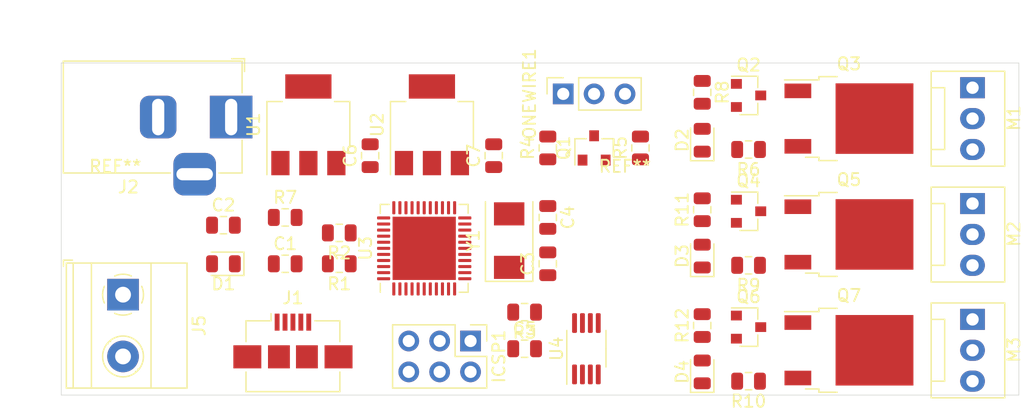
<source format=kicad_pcb>
(kicad_pcb (version 20171130) (host pcbnew 5.1.6-c6e7f7d~86~ubuntu18.04.1)

  (general
    (thickness 1.6)
    (drawings 4)
    (tracks 0)
    (zones 0)
    (modules 45)
    (nets 60)
  )

  (page A4)
  (layers
    (0 F.Cu signal)
    (31 B.Cu signal)
    (32 B.Adhes user)
    (33 F.Adhes user)
    (34 B.Paste user)
    (35 F.Paste user)
    (36 B.SilkS user)
    (37 F.SilkS user)
    (38 B.Mask user)
    (39 F.Mask user)
    (40 Dwgs.User user)
    (41 Cmts.User user)
    (42 Eco1.User user)
    (43 Eco2.User user)
    (44 Edge.Cuts user)
    (45 Margin user)
    (46 B.CrtYd user)
    (47 F.CrtYd user)
    (48 B.Fab user)
    (49 F.Fab user)
  )

  (setup
    (last_trace_width 0.25)
    (trace_clearance 0.2)
    (zone_clearance 0.508)
    (zone_45_only no)
    (trace_min 0.2)
    (via_size 0.8)
    (via_drill 0.4)
    (via_min_size 0.4)
    (via_min_drill 0.3)
    (uvia_size 0.3)
    (uvia_drill 0.1)
    (uvias_allowed no)
    (uvia_min_size 0.2)
    (uvia_min_drill 0.1)
    (edge_width 0.05)
    (segment_width 0.2)
    (pcb_text_width 0.3)
    (pcb_text_size 1.5 1.5)
    (mod_edge_width 0.12)
    (mod_text_size 1 1)
    (mod_text_width 0.15)
    (pad_size 1.524 1.524)
    (pad_drill 0.762)
    (pad_to_mask_clearance 0.05)
    (aux_axis_origin 0 0)
    (grid_origin 100.965 106.68)
    (visible_elements FFFFFF7F)
    (pcbplotparams
      (layerselection 0x010fc_ffffffff)
      (usegerberextensions false)
      (usegerberattributes true)
      (usegerberadvancedattributes true)
      (creategerberjobfile true)
      (excludeedgelayer true)
      (linewidth 0.100000)
      (plotframeref false)
      (viasonmask false)
      (mode 1)
      (useauxorigin false)
      (hpglpennumber 1)
      (hpglpenspeed 20)
      (hpglpendiameter 15.000000)
      (psnegative false)
      (psa4output false)
      (plotreference true)
      (plotvalue true)
      (plotinvisibletext false)
      (padsonsilk false)
      (subtractmaskfromsilk false)
      (outputformat 1)
      (mirror false)
      (drillshape 1)
      (scaleselection 1)
      (outputdirectory ""))
  )

  (net 0 "")
  (net 1 GND)
  (net 2 "Net-(C1-Pad1)")
  (net 3 +12V)
  (net 4 "Net-(C3-Pad1)")
  (net 5 "Net-(C4-Pad1)")
  (net 6 "Net-(C5-Pad1)")
  (net 7 +5V)
  (net 8 +3V3)
  (net 9 "Net-(J1-Pad2)")
  (net 10 "Net-(J1-Pad3)")
  (net 11 "Net-(J1-Pad4)")
  (net 12 "Net-(J1-Pad6)")
  (net 13 "Net-(R1-Pad1)")
  (net 14 "Net-(R2-Pad1)")
  (net 15 "Net-(U3-Pad42)")
  (net 16 "Net-(U3-Pad41)")
  (net 17 "Net-(U3-Pad40)")
  (net 18 "Net-(U3-Pad39)")
  (net 19 "Net-(U3-Pad38)")
  (net 20 "Net-(U3-Pad37)")
  (net 21 "Net-(U3-Pad36)")
  (net 22 "Net-(U3-Pad33)")
  (net 23 "Net-(U3-Pad32)")
  (net 24 "Net-(U3-Pad31)")
  (net 25 "Net-(U3-Pad27)")
  (net 26 "Net-(U3-Pad26)")
  (net 27 "Net-(U3-Pad25)")
  (net 28 "Net-(U3-Pad22)")
  (net 29 "Net-(U3-Pad21)")
  (net 30 "Net-(U3-Pad20)")
  (net 31 "Net-(U3-Pad18)")
  (net 32 "Net-(U3-Pad12)")
  (net 33 "Net-(U3-Pad8)")
  (net 34 "Net-(U3-Pad7)")
  (net 35 "Net-(U3-Pad1)")
  (net 36 ONE_WIRE_TMP)
  (net 37 SDA)
  (net 38 "Net-(U4-Pad3)")
  (net 39 RESET)
  (net 40 MOSI)
  (net 41 SCK)
  (net 42 MISO)
  (net 43 "Net-(M1-Pad2)")
  (net 44 "Net-(M1-Pad1)")
  (net 45 "Net-(Q2-Pad3)")
  (net 46 "Net-(ICSP1-Pad2)")
  (net 47 "Net-(M2-Pad2)")
  (net 48 "Net-(M2-Pad1)")
  (net 49 "Net-(M3-Pad2)")
  (net 50 "Net-(M3-Pad1)")
  (net 51 FAN_CTRL1)
  (net 52 "Net-(Q4-Pad3)")
  (net 53 FAN_CTRL2)
  (net 54 "Net-(Q6-Pad3)")
  (net 55 FAN_CTRL3)
  (net 56 "Net-(D1-Pad2)")
  (net 57 "Net-(D2-Pad2)")
  (net 58 "Net-(D3-Pad2)")
  (net 59 "Net-(D4-Pad2)")

  (net_class Default "This is the default net class."
    (clearance 0.2)
    (trace_width 0.25)
    (via_dia 0.8)
    (via_drill 0.4)
    (uvia_dia 0.3)
    (uvia_drill 0.1)
    (add_net +12V)
    (add_net +3V3)
    (add_net +5V)
    (add_net FAN_CTRL1)
    (add_net FAN_CTRL2)
    (add_net FAN_CTRL3)
    (add_net GND)
    (add_net MISO)
    (add_net MOSI)
    (add_net "Net-(C1-Pad1)")
    (add_net "Net-(C3-Pad1)")
    (add_net "Net-(C4-Pad1)")
    (add_net "Net-(C5-Pad1)")
    (add_net "Net-(D1-Pad2)")
    (add_net "Net-(D2-Pad2)")
    (add_net "Net-(D3-Pad2)")
    (add_net "Net-(D4-Pad2)")
    (add_net "Net-(ICSP1-Pad2)")
    (add_net "Net-(J1-Pad2)")
    (add_net "Net-(J1-Pad3)")
    (add_net "Net-(J1-Pad4)")
    (add_net "Net-(J1-Pad6)")
    (add_net "Net-(M1-Pad1)")
    (add_net "Net-(M1-Pad2)")
    (add_net "Net-(M2-Pad1)")
    (add_net "Net-(M2-Pad2)")
    (add_net "Net-(M3-Pad1)")
    (add_net "Net-(M3-Pad2)")
    (add_net "Net-(Q2-Pad3)")
    (add_net "Net-(Q4-Pad3)")
    (add_net "Net-(Q6-Pad3)")
    (add_net "Net-(R1-Pad1)")
    (add_net "Net-(R2-Pad1)")
    (add_net "Net-(U3-Pad1)")
    (add_net "Net-(U3-Pad12)")
    (add_net "Net-(U3-Pad18)")
    (add_net "Net-(U3-Pad20)")
    (add_net "Net-(U3-Pad21)")
    (add_net "Net-(U3-Pad22)")
    (add_net "Net-(U3-Pad25)")
    (add_net "Net-(U3-Pad26)")
    (add_net "Net-(U3-Pad27)")
    (add_net "Net-(U3-Pad31)")
    (add_net "Net-(U3-Pad32)")
    (add_net "Net-(U3-Pad33)")
    (add_net "Net-(U3-Pad36)")
    (add_net "Net-(U3-Pad37)")
    (add_net "Net-(U3-Pad38)")
    (add_net "Net-(U3-Pad39)")
    (add_net "Net-(U3-Pad40)")
    (add_net "Net-(U3-Pad41)")
    (add_net "Net-(U3-Pad42)")
    (add_net "Net-(U3-Pad7)")
    (add_net "Net-(U3-Pad8)")
    (add_net "Net-(U4-Pad3)")
    (add_net ONE_WIRE_TMP)
    (add_net RESET)
    (add_net SCK)
    (add_net SDA)
  )

  (module MountingHole:MountingHole_3.2mm_M3 (layer F.Cu) (tedit 56D1B4CB) (tstamp 5EF92511)
    (at 147.32 92.075)
    (descr "Mounting Hole 3.2mm, no annular, M3")
    (tags "mounting hole 3.2mm no annular m3")
    (attr virtual)
    (fp_text reference REF** (at 0 -4.2) (layer F.SilkS)
      (effects (font (size 1 1) (thickness 0.15)))
    )
    (fp_text value MountingHole_3.2mm_M3 (at 0 4.2) (layer F.Fab)
      (effects (font (size 1 1) (thickness 0.15)))
    )
    (fp_text user %R (at 0.3 0) (layer F.Fab)
      (effects (font (size 1 1) (thickness 0.15)))
    )
    (fp_circle (center 0 0) (end 3.2 0) (layer Cmts.User) (width 0.15))
    (fp_circle (center 0 0) (end 3.45 0) (layer F.CrtYd) (width 0.05))
    (pad 1 np_thru_hole circle (at 0 0) (size 3.2 3.2) (drill 3.2) (layers *.Cu *.Mask))
  )

  (module MountingHole:MountingHole_3.2mm_M3 (layer F.Cu) (tedit 56D1B4CB) (tstamp 5EF924FB)
    (at 105.41 92.075)
    (descr "Mounting Hole 3.2mm, no annular, M3")
    (tags "mounting hole 3.2mm no annular m3")
    (attr virtual)
    (fp_text reference REF** (at 0 -4.2) (layer F.SilkS)
      (effects (font (size 1 1) (thickness 0.15)))
    )
    (fp_text value MountingHole_3.2mm_M3 (at 0 4.2) (layer F.Fab)
      (effects (font (size 1 1) (thickness 0.15)))
    )
    (fp_text user %R (at 0.3 0) (layer F.Fab)
      (effects (font (size 1 1) (thickness 0.15)))
    )
    (fp_circle (center 0 0) (end 3.2 0) (layer Cmts.User) (width 0.15))
    (fp_circle (center 0 0) (end 3.45 0) (layer F.CrtYd) (width 0.05))
    (pad 1 np_thru_hole circle (at 0 0) (size 3.2 3.2) (drill 3.2) (layers *.Cu *.Mask))
  )

  (module Resistor_SMD:R_0805_2012Metric (layer F.Cu) (tedit 5B36C52B) (tstamp 5EF90CBF)
    (at 153.67 100.965 90)
    (descr "Resistor SMD 0805 (2012 Metric), square (rectangular) end terminal, IPC_7351 nominal, (Body size source: https://docs.google.com/spreadsheets/d/1BsfQQcO9C6DZCsRaXUlFlo91Tg2WpOkGARC1WS5S8t0/edit?usp=sharing), generated with kicad-footprint-generator")
    (tags resistor)
    (path /5F11AD94)
    (attr smd)
    (fp_text reference R12 (at 0 -1.65 90) (layer F.SilkS)
      (effects (font (size 1 1) (thickness 0.15)))
    )
    (fp_text value 1k6 (at 0 1.65 90) (layer F.Fab)
      (effects (font (size 1 1) (thickness 0.15)))
    )
    (fp_text user %R (at 0 0 90) (layer F.Fab)
      (effects (font (size 0.5 0.5) (thickness 0.08)))
    )
    (fp_line (start -1 0.6) (end -1 -0.6) (layer F.Fab) (width 0.1))
    (fp_line (start -1 -0.6) (end 1 -0.6) (layer F.Fab) (width 0.1))
    (fp_line (start 1 -0.6) (end 1 0.6) (layer F.Fab) (width 0.1))
    (fp_line (start 1 0.6) (end -1 0.6) (layer F.Fab) (width 0.1))
    (fp_line (start -0.258578 -0.71) (end 0.258578 -0.71) (layer F.SilkS) (width 0.12))
    (fp_line (start -0.258578 0.71) (end 0.258578 0.71) (layer F.SilkS) (width 0.12))
    (fp_line (start -1.68 0.95) (end -1.68 -0.95) (layer F.CrtYd) (width 0.05))
    (fp_line (start -1.68 -0.95) (end 1.68 -0.95) (layer F.CrtYd) (width 0.05))
    (fp_line (start 1.68 -0.95) (end 1.68 0.95) (layer F.CrtYd) (width 0.05))
    (fp_line (start 1.68 0.95) (end -1.68 0.95) (layer F.CrtYd) (width 0.05))
    (pad 2 smd roundrect (at 0.9375 0 90) (size 0.975 1.4) (layers F.Cu F.Paste F.Mask) (roundrect_rratio 0.25)
      (net 59 "Net-(D4-Pad2)"))
    (pad 1 smd roundrect (at -0.9375 0 90) (size 0.975 1.4) (layers F.Cu F.Paste F.Mask) (roundrect_rratio 0.25)
      (net 55 FAN_CTRL3))
    (model ${KISYS3DMOD}/Resistor_SMD.3dshapes/R_0805_2012Metric.wrl
      (at (xyz 0 0 0))
      (scale (xyz 1 1 1))
      (rotate (xyz 0 0 0))
    )
  )

  (module Resistor_SMD:R_0805_2012Metric (layer F.Cu) (tedit 5B36C52B) (tstamp 5EF90CAE)
    (at 153.67 91.44 90)
    (descr "Resistor SMD 0805 (2012 Metric), square (rectangular) end terminal, IPC_7351 nominal, (Body size source: https://docs.google.com/spreadsheets/d/1BsfQQcO9C6DZCsRaXUlFlo91Tg2WpOkGARC1WS5S8t0/edit?usp=sharing), generated with kicad-footprint-generator")
    (tags resistor)
    (path /5F113F94)
    (attr smd)
    (fp_text reference R11 (at 0 -1.65 90) (layer F.SilkS)
      (effects (font (size 1 1) (thickness 0.15)))
    )
    (fp_text value 1k6 (at 0 1.65 90) (layer F.Fab)
      (effects (font (size 1 1) (thickness 0.15)))
    )
    (fp_text user %R (at 0 0 90) (layer F.Fab)
      (effects (font (size 0.5 0.5) (thickness 0.08)))
    )
    (fp_line (start -1 0.6) (end -1 -0.6) (layer F.Fab) (width 0.1))
    (fp_line (start -1 -0.6) (end 1 -0.6) (layer F.Fab) (width 0.1))
    (fp_line (start 1 -0.6) (end 1 0.6) (layer F.Fab) (width 0.1))
    (fp_line (start 1 0.6) (end -1 0.6) (layer F.Fab) (width 0.1))
    (fp_line (start -0.258578 -0.71) (end 0.258578 -0.71) (layer F.SilkS) (width 0.12))
    (fp_line (start -0.258578 0.71) (end 0.258578 0.71) (layer F.SilkS) (width 0.12))
    (fp_line (start -1.68 0.95) (end -1.68 -0.95) (layer F.CrtYd) (width 0.05))
    (fp_line (start -1.68 -0.95) (end 1.68 -0.95) (layer F.CrtYd) (width 0.05))
    (fp_line (start 1.68 -0.95) (end 1.68 0.95) (layer F.CrtYd) (width 0.05))
    (fp_line (start 1.68 0.95) (end -1.68 0.95) (layer F.CrtYd) (width 0.05))
    (pad 2 smd roundrect (at 0.9375 0 90) (size 0.975 1.4) (layers F.Cu F.Paste F.Mask) (roundrect_rratio 0.25)
      (net 58 "Net-(D3-Pad2)"))
    (pad 1 smd roundrect (at -0.9375 0 90) (size 0.975 1.4) (layers F.Cu F.Paste F.Mask) (roundrect_rratio 0.25)
      (net 53 FAN_CTRL2))
    (model ${KISYS3DMOD}/Resistor_SMD.3dshapes/R_0805_2012Metric.wrl
      (at (xyz 0 0 0))
      (scale (xyz 1 1 1))
      (rotate (xyz 0 0 0))
    )
  )

  (module LED_SMD:LED_0805_2012Metric (layer F.Cu) (tedit 5B36C52C) (tstamp 5EF90815)
    (at 153.67 104.775 90)
    (descr "LED SMD 0805 (2012 Metric), square (rectangular) end terminal, IPC_7351 nominal, (Body size source: https://docs.google.com/spreadsheets/d/1BsfQQcO9C6DZCsRaXUlFlo91Tg2WpOkGARC1WS5S8t0/edit?usp=sharing), generated with kicad-footprint-generator")
    (tags diode)
    (path /5F11AD8E)
    (attr smd)
    (fp_text reference D4 (at 0 -1.65 90) (layer F.SilkS)
      (effects (font (size 1 1) (thickness 0.15)))
    )
    (fp_text value RED_LED (at 0 1.65 90) (layer F.Fab)
      (effects (font (size 1 1) (thickness 0.15)))
    )
    (fp_text user %R (at 0 0 90) (layer F.Fab)
      (effects (font (size 0.5 0.5) (thickness 0.08)))
    )
    (fp_line (start 1 -0.6) (end -0.7 -0.6) (layer F.Fab) (width 0.1))
    (fp_line (start -0.7 -0.6) (end -1 -0.3) (layer F.Fab) (width 0.1))
    (fp_line (start -1 -0.3) (end -1 0.6) (layer F.Fab) (width 0.1))
    (fp_line (start -1 0.6) (end 1 0.6) (layer F.Fab) (width 0.1))
    (fp_line (start 1 0.6) (end 1 -0.6) (layer F.Fab) (width 0.1))
    (fp_line (start 1 -0.96) (end -1.685 -0.96) (layer F.SilkS) (width 0.12))
    (fp_line (start -1.685 -0.96) (end -1.685 0.96) (layer F.SilkS) (width 0.12))
    (fp_line (start -1.685 0.96) (end 1 0.96) (layer F.SilkS) (width 0.12))
    (fp_line (start -1.68 0.95) (end -1.68 -0.95) (layer F.CrtYd) (width 0.05))
    (fp_line (start -1.68 -0.95) (end 1.68 -0.95) (layer F.CrtYd) (width 0.05))
    (fp_line (start 1.68 -0.95) (end 1.68 0.95) (layer F.CrtYd) (width 0.05))
    (fp_line (start 1.68 0.95) (end -1.68 0.95) (layer F.CrtYd) (width 0.05))
    (pad 2 smd roundrect (at 0.9375 0 90) (size 0.975 1.4) (layers F.Cu F.Paste F.Mask) (roundrect_rratio 0.25)
      (net 59 "Net-(D4-Pad2)"))
    (pad 1 smd roundrect (at -0.9375 0 90) (size 0.975 1.4) (layers F.Cu F.Paste F.Mask) (roundrect_rratio 0.25)
      (net 1 GND))
    (model ${KISYS3DMOD}/LED_SMD.3dshapes/LED_0805_2012Metric.wrl
      (at (xyz 0 0 0))
      (scale (xyz 1 1 1))
      (rotate (xyz 0 0 0))
    )
  )

  (module LED_SMD:LED_0805_2012Metric (layer F.Cu) (tedit 5B36C52C) (tstamp 5EF90802)
    (at 153.67 95.25 90)
    (descr "LED SMD 0805 (2012 Metric), square (rectangular) end terminal, IPC_7351 nominal, (Body size source: https://docs.google.com/spreadsheets/d/1BsfQQcO9C6DZCsRaXUlFlo91Tg2WpOkGARC1WS5S8t0/edit?usp=sharing), generated with kicad-footprint-generator")
    (tags diode)
    (path /5F113F8E)
    (attr smd)
    (fp_text reference D3 (at 0 -1.65 90) (layer F.SilkS)
      (effects (font (size 1 1) (thickness 0.15)))
    )
    (fp_text value RED_LED (at 0 1.65 90) (layer F.Fab)
      (effects (font (size 1 1) (thickness 0.15)))
    )
    (fp_text user %R (at 0 0 90) (layer F.Fab)
      (effects (font (size 0.5 0.5) (thickness 0.08)))
    )
    (fp_line (start 1 -0.6) (end -0.7 -0.6) (layer F.Fab) (width 0.1))
    (fp_line (start -0.7 -0.6) (end -1 -0.3) (layer F.Fab) (width 0.1))
    (fp_line (start -1 -0.3) (end -1 0.6) (layer F.Fab) (width 0.1))
    (fp_line (start -1 0.6) (end 1 0.6) (layer F.Fab) (width 0.1))
    (fp_line (start 1 0.6) (end 1 -0.6) (layer F.Fab) (width 0.1))
    (fp_line (start 1 -0.96) (end -1.685 -0.96) (layer F.SilkS) (width 0.12))
    (fp_line (start -1.685 -0.96) (end -1.685 0.96) (layer F.SilkS) (width 0.12))
    (fp_line (start -1.685 0.96) (end 1 0.96) (layer F.SilkS) (width 0.12))
    (fp_line (start -1.68 0.95) (end -1.68 -0.95) (layer F.CrtYd) (width 0.05))
    (fp_line (start -1.68 -0.95) (end 1.68 -0.95) (layer F.CrtYd) (width 0.05))
    (fp_line (start 1.68 -0.95) (end 1.68 0.95) (layer F.CrtYd) (width 0.05))
    (fp_line (start 1.68 0.95) (end -1.68 0.95) (layer F.CrtYd) (width 0.05))
    (pad 2 smd roundrect (at 0.9375 0 90) (size 0.975 1.4) (layers F.Cu F.Paste F.Mask) (roundrect_rratio 0.25)
      (net 58 "Net-(D3-Pad2)"))
    (pad 1 smd roundrect (at -0.9375 0 90) (size 0.975 1.4) (layers F.Cu F.Paste F.Mask) (roundrect_rratio 0.25)
      (net 1 GND))
    (model ${KISYS3DMOD}/LED_SMD.3dshapes/LED_0805_2012Metric.wrl
      (at (xyz 0 0 0))
      (scale (xyz 1 1 1))
      (rotate (xyz 0 0 0))
    )
  )

  (module LED_SMD:LED_0805_2012Metric (layer F.Cu) (tedit 5B36C52C) (tstamp 5EF907EF)
    (at 153.67 85.725 90)
    (descr "LED SMD 0805 (2012 Metric), square (rectangular) end terminal, IPC_7351 nominal, (Body size source: https://docs.google.com/spreadsheets/d/1BsfQQcO9C6DZCsRaXUlFlo91Tg2WpOkGARC1WS5S8t0/edit?usp=sharing), generated with kicad-footprint-generator")
    (tags diode)
    (path /5F108D90)
    (attr smd)
    (fp_text reference D2 (at 0 -1.65 90) (layer F.SilkS)
      (effects (font (size 1 1) (thickness 0.15)))
    )
    (fp_text value RED_LED (at 0 1.65 90) (layer F.Fab)
      (effects (font (size 1 1) (thickness 0.15)))
    )
    (fp_text user %R (at 0 0 90) (layer F.Fab)
      (effects (font (size 0.5 0.5) (thickness 0.08)))
    )
    (fp_line (start 1 -0.6) (end -0.7 -0.6) (layer F.Fab) (width 0.1))
    (fp_line (start -0.7 -0.6) (end -1 -0.3) (layer F.Fab) (width 0.1))
    (fp_line (start -1 -0.3) (end -1 0.6) (layer F.Fab) (width 0.1))
    (fp_line (start -1 0.6) (end 1 0.6) (layer F.Fab) (width 0.1))
    (fp_line (start 1 0.6) (end 1 -0.6) (layer F.Fab) (width 0.1))
    (fp_line (start 1 -0.96) (end -1.685 -0.96) (layer F.SilkS) (width 0.12))
    (fp_line (start -1.685 -0.96) (end -1.685 0.96) (layer F.SilkS) (width 0.12))
    (fp_line (start -1.685 0.96) (end 1 0.96) (layer F.SilkS) (width 0.12))
    (fp_line (start -1.68 0.95) (end -1.68 -0.95) (layer F.CrtYd) (width 0.05))
    (fp_line (start -1.68 -0.95) (end 1.68 -0.95) (layer F.CrtYd) (width 0.05))
    (fp_line (start 1.68 -0.95) (end 1.68 0.95) (layer F.CrtYd) (width 0.05))
    (fp_line (start 1.68 0.95) (end -1.68 0.95) (layer F.CrtYd) (width 0.05))
    (pad 2 smd roundrect (at 0.9375 0 90) (size 0.975 1.4) (layers F.Cu F.Paste F.Mask) (roundrect_rratio 0.25)
      (net 57 "Net-(D2-Pad2)"))
    (pad 1 smd roundrect (at -0.9375 0 90) (size 0.975 1.4) (layers F.Cu F.Paste F.Mask) (roundrect_rratio 0.25)
      (net 1 GND))
    (model ${KISYS3DMOD}/LED_SMD.3dshapes/LED_0805_2012Metric.wrl
      (at (xyz 0 0 0))
      (scale (xyz 1 1 1))
      (rotate (xyz 0 0 0))
    )
  )

  (module LED_SMD:LED_0805_2012Metric (layer F.Cu) (tedit 5B36C52C) (tstamp 5EF907DC)
    (at 114.3 95.885 180)
    (descr "LED SMD 0805 (2012 Metric), square (rectangular) end terminal, IPC_7351 nominal, (Body size source: https://docs.google.com/spreadsheets/d/1BsfQQcO9C6DZCsRaXUlFlo91Tg2WpOkGARC1WS5S8t0/edit?usp=sharing), generated with kicad-footprint-generator")
    (tags diode)
    (path /5F0E2E8A)
    (attr smd)
    (fp_text reference D1 (at 0 -1.65) (layer F.SilkS)
      (effects (font (size 1 1) (thickness 0.15)))
    )
    (fp_text value GRN_LED (at 0 1.65) (layer F.Fab)
      (effects (font (size 1 1) (thickness 0.15)))
    )
    (fp_text user %R (at 0 0) (layer F.Fab)
      (effects (font (size 0.5 0.5) (thickness 0.08)))
    )
    (fp_line (start 1 -0.6) (end -0.7 -0.6) (layer F.Fab) (width 0.1))
    (fp_line (start -0.7 -0.6) (end -1 -0.3) (layer F.Fab) (width 0.1))
    (fp_line (start -1 -0.3) (end -1 0.6) (layer F.Fab) (width 0.1))
    (fp_line (start -1 0.6) (end 1 0.6) (layer F.Fab) (width 0.1))
    (fp_line (start 1 0.6) (end 1 -0.6) (layer F.Fab) (width 0.1))
    (fp_line (start 1 -0.96) (end -1.685 -0.96) (layer F.SilkS) (width 0.12))
    (fp_line (start -1.685 -0.96) (end -1.685 0.96) (layer F.SilkS) (width 0.12))
    (fp_line (start -1.685 0.96) (end 1 0.96) (layer F.SilkS) (width 0.12))
    (fp_line (start -1.68 0.95) (end -1.68 -0.95) (layer F.CrtYd) (width 0.05))
    (fp_line (start -1.68 -0.95) (end 1.68 -0.95) (layer F.CrtYd) (width 0.05))
    (fp_line (start 1.68 -0.95) (end 1.68 0.95) (layer F.CrtYd) (width 0.05))
    (fp_line (start 1.68 0.95) (end -1.68 0.95) (layer F.CrtYd) (width 0.05))
    (pad 2 smd roundrect (at 0.9375 0 180) (size 0.975 1.4) (layers F.Cu F.Paste F.Mask) (roundrect_rratio 0.25)
      (net 56 "Net-(D1-Pad2)"))
    (pad 1 smd roundrect (at -0.9375 0 180) (size 0.975 1.4) (layers F.Cu F.Paste F.Mask) (roundrect_rratio 0.25)
      (net 1 GND))
    (model ${KISYS3DMOD}/LED_SMD.3dshapes/LED_0805_2012Metric.wrl
      (at (xyz 0 0 0))
      (scale (xyz 1 1 1))
      (rotate (xyz 0 0 0))
    )
  )

  (module Resistor_SMD:R_0805_2012Metric (layer F.Cu) (tedit 5B36C52B) (tstamp 5EF8E0E8)
    (at 157.48 105.537 180)
    (descr "Resistor SMD 0805 (2012 Metric), square (rectangular) end terminal, IPC_7351 nominal, (Body size source: https://docs.google.com/spreadsheets/d/1BsfQQcO9C6DZCsRaXUlFlo91Tg2WpOkGARC1WS5S8t0/edit?usp=sharing), generated with kicad-footprint-generator")
    (tags resistor)
    (path /5F0DB36A)
    (attr smd)
    (fp_text reference R10 (at 0 -1.65) (layer F.SilkS)
      (effects (font (size 1 1) (thickness 0.15)))
    )
    (fp_text value 10k (at 0 1.65) (layer F.Fab)
      (effects (font (size 1 1) (thickness 0.15)))
    )
    (fp_text user %R (at 0 0) (layer F.Fab)
      (effects (font (size 0.5 0.5) (thickness 0.08)))
    )
    (fp_line (start -1 0.6) (end -1 -0.6) (layer F.Fab) (width 0.1))
    (fp_line (start -1 -0.6) (end 1 -0.6) (layer F.Fab) (width 0.1))
    (fp_line (start 1 -0.6) (end 1 0.6) (layer F.Fab) (width 0.1))
    (fp_line (start 1 0.6) (end -1 0.6) (layer F.Fab) (width 0.1))
    (fp_line (start -0.258578 -0.71) (end 0.258578 -0.71) (layer F.SilkS) (width 0.12))
    (fp_line (start -0.258578 0.71) (end 0.258578 0.71) (layer F.SilkS) (width 0.12))
    (fp_line (start -1.68 0.95) (end -1.68 -0.95) (layer F.CrtYd) (width 0.05))
    (fp_line (start -1.68 -0.95) (end 1.68 -0.95) (layer F.CrtYd) (width 0.05))
    (fp_line (start 1.68 -0.95) (end 1.68 0.95) (layer F.CrtYd) (width 0.05))
    (fp_line (start 1.68 0.95) (end -1.68 0.95) (layer F.CrtYd) (width 0.05))
    (pad 2 smd roundrect (at 0.9375 0 180) (size 0.975 1.4) (layers F.Cu F.Paste F.Mask) (roundrect_rratio 0.25)
      (net 54 "Net-(Q6-Pad3)"))
    (pad 1 smd roundrect (at -0.9375 0 180) (size 0.975 1.4) (layers F.Cu F.Paste F.Mask) (roundrect_rratio 0.25)
      (net 3 +12V))
    (model ${KISYS3DMOD}/Resistor_SMD.3dshapes/R_0805_2012Metric.wrl
      (at (xyz 0 0 0))
      (scale (xyz 1 1 1))
      (rotate (xyz 0 0 0))
    )
  )

  (module Resistor_SMD:R_0805_2012Metric (layer F.Cu) (tedit 5B36C52B) (tstamp 5EF8E0D7)
    (at 157.48 96.012 180)
    (descr "Resistor SMD 0805 (2012 Metric), square (rectangular) end terminal, IPC_7351 nominal, (Body size source: https://docs.google.com/spreadsheets/d/1BsfQQcO9C6DZCsRaXUlFlo91Tg2WpOkGARC1WS5S8t0/edit?usp=sharing), generated with kicad-footprint-generator")
    (tags resistor)
    (path /5F0CEC1A)
    (attr smd)
    (fp_text reference R9 (at 0 -1.65) (layer F.SilkS)
      (effects (font (size 1 1) (thickness 0.15)))
    )
    (fp_text value 10k (at 0 1.65) (layer F.Fab)
      (effects (font (size 1 1) (thickness 0.15)))
    )
    (fp_text user %R (at 0 0) (layer F.Fab)
      (effects (font (size 0.5 0.5) (thickness 0.08)))
    )
    (fp_line (start -1 0.6) (end -1 -0.6) (layer F.Fab) (width 0.1))
    (fp_line (start -1 -0.6) (end 1 -0.6) (layer F.Fab) (width 0.1))
    (fp_line (start 1 -0.6) (end 1 0.6) (layer F.Fab) (width 0.1))
    (fp_line (start 1 0.6) (end -1 0.6) (layer F.Fab) (width 0.1))
    (fp_line (start -0.258578 -0.71) (end 0.258578 -0.71) (layer F.SilkS) (width 0.12))
    (fp_line (start -0.258578 0.71) (end 0.258578 0.71) (layer F.SilkS) (width 0.12))
    (fp_line (start -1.68 0.95) (end -1.68 -0.95) (layer F.CrtYd) (width 0.05))
    (fp_line (start -1.68 -0.95) (end 1.68 -0.95) (layer F.CrtYd) (width 0.05))
    (fp_line (start 1.68 -0.95) (end 1.68 0.95) (layer F.CrtYd) (width 0.05))
    (fp_line (start 1.68 0.95) (end -1.68 0.95) (layer F.CrtYd) (width 0.05))
    (pad 2 smd roundrect (at 0.9375 0 180) (size 0.975 1.4) (layers F.Cu F.Paste F.Mask) (roundrect_rratio 0.25)
      (net 52 "Net-(Q4-Pad3)"))
    (pad 1 smd roundrect (at -0.9375 0 180) (size 0.975 1.4) (layers F.Cu F.Paste F.Mask) (roundrect_rratio 0.25)
      (net 3 +12V))
    (model ${KISYS3DMOD}/Resistor_SMD.3dshapes/R_0805_2012Metric.wrl
      (at (xyz 0 0 0))
      (scale (xyz 1 1 1))
      (rotate (xyz 0 0 0))
    )
  )

  (module Resistor_SMD:R_0805_2012Metric (layer F.Cu) (tedit 5B36C52B) (tstamp 5EF8E0C6)
    (at 153.67 81.788 270)
    (descr "Resistor SMD 0805 (2012 Metric), square (rectangular) end terminal, IPC_7351 nominal, (Body size source: https://docs.google.com/spreadsheets/d/1BsfQQcO9C6DZCsRaXUlFlo91Tg2WpOkGARC1WS5S8t0/edit?usp=sharing), generated with kicad-footprint-generator")
    (tags resistor)
    (path /5F1092F5)
    (attr smd)
    (fp_text reference R8 (at 0 -1.65 90) (layer F.SilkS)
      (effects (font (size 1 1) (thickness 0.15)))
    )
    (fp_text value 1k6 (at 0 1.65 90) (layer F.Fab)
      (effects (font (size 1 1) (thickness 0.15)))
    )
    (fp_text user %R (at 0 0 90) (layer F.Fab)
      (effects (font (size 0.5 0.5) (thickness 0.08)))
    )
    (fp_line (start -1 0.6) (end -1 -0.6) (layer F.Fab) (width 0.1))
    (fp_line (start -1 -0.6) (end 1 -0.6) (layer F.Fab) (width 0.1))
    (fp_line (start 1 -0.6) (end 1 0.6) (layer F.Fab) (width 0.1))
    (fp_line (start 1 0.6) (end -1 0.6) (layer F.Fab) (width 0.1))
    (fp_line (start -0.258578 -0.71) (end 0.258578 -0.71) (layer F.SilkS) (width 0.12))
    (fp_line (start -0.258578 0.71) (end 0.258578 0.71) (layer F.SilkS) (width 0.12))
    (fp_line (start -1.68 0.95) (end -1.68 -0.95) (layer F.CrtYd) (width 0.05))
    (fp_line (start -1.68 -0.95) (end 1.68 -0.95) (layer F.CrtYd) (width 0.05))
    (fp_line (start 1.68 -0.95) (end 1.68 0.95) (layer F.CrtYd) (width 0.05))
    (fp_line (start 1.68 0.95) (end -1.68 0.95) (layer F.CrtYd) (width 0.05))
    (pad 2 smd roundrect (at 0.9375 0 270) (size 0.975 1.4) (layers F.Cu F.Paste F.Mask) (roundrect_rratio 0.25)
      (net 57 "Net-(D2-Pad2)"))
    (pad 1 smd roundrect (at -0.9375 0 270) (size 0.975 1.4) (layers F.Cu F.Paste F.Mask) (roundrect_rratio 0.25)
      (net 51 FAN_CTRL1))
    (model ${KISYS3DMOD}/Resistor_SMD.3dshapes/R_0805_2012Metric.wrl
      (at (xyz 0 0 0))
      (scale (xyz 1 1 1))
      (rotate (xyz 0 0 0))
    )
  )

  (module Resistor_SMD:R_0805_2012Metric (layer F.Cu) (tedit 5B36C52B) (tstamp 5EF8E0B5)
    (at 119.38 92.075)
    (descr "Resistor SMD 0805 (2012 Metric), square (rectangular) end terminal, IPC_7351 nominal, (Body size source: https://docs.google.com/spreadsheets/d/1BsfQQcO9C6DZCsRaXUlFlo91Tg2WpOkGARC1WS5S8t0/edit?usp=sharing), generated with kicad-footprint-generator")
    (tags resistor)
    (path /5F0E400C)
    (attr smd)
    (fp_text reference R7 (at 0 -1.65) (layer F.SilkS)
      (effects (font (size 1 1) (thickness 0.15)))
    )
    (fp_text value 5k1 (at 0 1.65) (layer F.Fab)
      (effects (font (size 1 1) (thickness 0.15)))
    )
    (fp_text user %R (at 0 0) (layer F.Fab)
      (effects (font (size 0.5 0.5) (thickness 0.08)))
    )
    (fp_line (start -1 0.6) (end -1 -0.6) (layer F.Fab) (width 0.1))
    (fp_line (start -1 -0.6) (end 1 -0.6) (layer F.Fab) (width 0.1))
    (fp_line (start 1 -0.6) (end 1 0.6) (layer F.Fab) (width 0.1))
    (fp_line (start 1 0.6) (end -1 0.6) (layer F.Fab) (width 0.1))
    (fp_line (start -0.258578 -0.71) (end 0.258578 -0.71) (layer F.SilkS) (width 0.12))
    (fp_line (start -0.258578 0.71) (end 0.258578 0.71) (layer F.SilkS) (width 0.12))
    (fp_line (start -1.68 0.95) (end -1.68 -0.95) (layer F.CrtYd) (width 0.05))
    (fp_line (start -1.68 -0.95) (end 1.68 -0.95) (layer F.CrtYd) (width 0.05))
    (fp_line (start 1.68 -0.95) (end 1.68 0.95) (layer F.CrtYd) (width 0.05))
    (fp_line (start 1.68 0.95) (end -1.68 0.95) (layer F.CrtYd) (width 0.05))
    (pad 2 smd roundrect (at 0.9375 0) (size 0.975 1.4) (layers F.Cu F.Paste F.Mask) (roundrect_rratio 0.25)
      (net 56 "Net-(D1-Pad2)"))
    (pad 1 smd roundrect (at -0.9375 0) (size 0.975 1.4) (layers F.Cu F.Paste F.Mask) (roundrect_rratio 0.25)
      (net 3 +12V))
    (model ${KISYS3DMOD}/Resistor_SMD.3dshapes/R_0805_2012Metric.wrl
      (at (xyz 0 0 0))
      (scale (xyz 1 1 1))
      (rotate (xyz 0 0 0))
    )
  )

  (module Package_TO_SOT_SMD:TO-252-2 (layer F.Cu) (tedit 5A70A390) (tstamp 5EF8DFE4)
    (at 165.735 102.997)
    (descr "TO-252 / DPAK SMD package, http://www.infineon.com/cms/en/product/packages/PG-TO252/PG-TO252-3-1/")
    (tags "DPAK TO-252 DPAK-3 TO-252-3 SOT-428")
    (path /5F0DB364)
    (attr smd)
    (fp_text reference Q7 (at 0 -4.5) (layer F.SilkS)
      (effects (font (size 1 1) (thickness 0.15)))
    )
    (fp_text value SUD19P06-60 (at 0 4.5) (layer F.Fab)
      (effects (font (size 1 1) (thickness 0.15)))
    )
    (fp_text user %R (at 0 0) (layer F.Fab)
      (effects (font (size 1 1) (thickness 0.15)))
    )
    (fp_line (start 3.95 -2.7) (end 4.95 -2.7) (layer F.Fab) (width 0.1))
    (fp_line (start 4.95 -2.7) (end 4.95 2.7) (layer F.Fab) (width 0.1))
    (fp_line (start 4.95 2.7) (end 3.95 2.7) (layer F.Fab) (width 0.1))
    (fp_line (start 3.95 -3.25) (end 3.95 3.25) (layer F.Fab) (width 0.1))
    (fp_line (start 3.95 3.25) (end -2.27 3.25) (layer F.Fab) (width 0.1))
    (fp_line (start -2.27 3.25) (end -2.27 -2.25) (layer F.Fab) (width 0.1))
    (fp_line (start -2.27 -2.25) (end -1.27 -3.25) (layer F.Fab) (width 0.1))
    (fp_line (start -1.27 -3.25) (end 3.95 -3.25) (layer F.Fab) (width 0.1))
    (fp_line (start -1.865 -2.655) (end -4.97 -2.655) (layer F.Fab) (width 0.1))
    (fp_line (start -4.97 -2.655) (end -4.97 -1.905) (layer F.Fab) (width 0.1))
    (fp_line (start -4.97 -1.905) (end -2.27 -1.905) (layer F.Fab) (width 0.1))
    (fp_line (start -2.27 1.905) (end -4.97 1.905) (layer F.Fab) (width 0.1))
    (fp_line (start -4.97 1.905) (end -4.97 2.655) (layer F.Fab) (width 0.1))
    (fp_line (start -4.97 2.655) (end -2.27 2.655) (layer F.Fab) (width 0.1))
    (fp_line (start -0.97 -3.45) (end -2.47 -3.45) (layer F.SilkS) (width 0.12))
    (fp_line (start -2.47 -3.45) (end -2.47 -3.18) (layer F.SilkS) (width 0.12))
    (fp_line (start -2.47 -3.18) (end -5.3 -3.18) (layer F.SilkS) (width 0.12))
    (fp_line (start -0.97 3.45) (end -2.47 3.45) (layer F.SilkS) (width 0.12))
    (fp_line (start -2.47 3.45) (end -2.47 3.18) (layer F.SilkS) (width 0.12))
    (fp_line (start -2.47 3.18) (end -3.57 3.18) (layer F.SilkS) (width 0.12))
    (fp_line (start -5.55 -3.5) (end -5.55 3.5) (layer F.CrtYd) (width 0.05))
    (fp_line (start -5.55 3.5) (end 5.55 3.5) (layer F.CrtYd) (width 0.05))
    (fp_line (start 5.55 3.5) (end 5.55 -3.5) (layer F.CrtYd) (width 0.05))
    (fp_line (start 5.55 -3.5) (end -5.55 -3.5) (layer F.CrtYd) (width 0.05))
    (pad "" smd rect (at 0.425 1.525) (size 3.05 2.75) (layers F.Paste))
    (pad "" smd rect (at 3.775 -1.525) (size 3.05 2.75) (layers F.Paste))
    (pad "" smd rect (at 0.425 -1.525) (size 3.05 2.75) (layers F.Paste))
    (pad "" smd rect (at 3.775 1.525) (size 3.05 2.75) (layers F.Paste))
    (pad 2 smd rect (at 2.1 0) (size 6.4 5.8) (layers F.Cu F.Mask)
      (net 49 "Net-(M3-Pad2)"))
    (pad 3 smd rect (at -4.2 2.28) (size 2.2 1.2) (layers F.Cu F.Paste F.Mask)
      (net 3 +12V))
    (pad 1 smd rect (at -4.2 -2.28) (size 2.2 1.2) (layers F.Cu F.Paste F.Mask)
      (net 54 "Net-(Q6-Pad3)"))
    (model ${KISYS3DMOD}/Package_TO_SOT_SMD.3dshapes/TO-252-2.wrl
      (at (xyz 0 0 0))
      (scale (xyz 1 1 1))
      (rotate (xyz 0 0 0))
    )
  )

  (module Package_TO_SOT_SMD:SOT-23 (layer F.Cu) (tedit 5A02FF57) (tstamp 5EF8DFC0)
    (at 157.48 101.092)
    (descr "SOT-23, Standard")
    (tags SOT-23)
    (path /5F0DB38B)
    (attr smd)
    (fp_text reference Q6 (at 0 -2.5) (layer F.SilkS)
      (effects (font (size 1 1) (thickness 0.15)))
    )
    (fp_text value BSS138 (at 0 2.5) (layer F.Fab)
      (effects (font (size 1 1) (thickness 0.15)))
    )
    (fp_text user %R (at 0 0 90) (layer F.Fab)
      (effects (font (size 0.5 0.5) (thickness 0.075)))
    )
    (fp_line (start -0.7 -0.95) (end -0.7 1.5) (layer F.Fab) (width 0.1))
    (fp_line (start -0.15 -1.52) (end 0.7 -1.52) (layer F.Fab) (width 0.1))
    (fp_line (start -0.7 -0.95) (end -0.15 -1.52) (layer F.Fab) (width 0.1))
    (fp_line (start 0.7 -1.52) (end 0.7 1.52) (layer F.Fab) (width 0.1))
    (fp_line (start -0.7 1.52) (end 0.7 1.52) (layer F.Fab) (width 0.1))
    (fp_line (start 0.76 1.58) (end 0.76 0.65) (layer F.SilkS) (width 0.12))
    (fp_line (start 0.76 -1.58) (end 0.76 -0.65) (layer F.SilkS) (width 0.12))
    (fp_line (start -1.7 -1.75) (end 1.7 -1.75) (layer F.CrtYd) (width 0.05))
    (fp_line (start 1.7 -1.75) (end 1.7 1.75) (layer F.CrtYd) (width 0.05))
    (fp_line (start 1.7 1.75) (end -1.7 1.75) (layer F.CrtYd) (width 0.05))
    (fp_line (start -1.7 1.75) (end -1.7 -1.75) (layer F.CrtYd) (width 0.05))
    (fp_line (start 0.76 -1.58) (end -1.4 -1.58) (layer F.SilkS) (width 0.12))
    (fp_line (start 0.76 1.58) (end -0.7 1.58) (layer F.SilkS) (width 0.12))
    (pad 3 smd rect (at 1 0) (size 0.9 0.8) (layers F.Cu F.Paste F.Mask)
      (net 54 "Net-(Q6-Pad3)"))
    (pad 2 smd rect (at -1 0.95) (size 0.9 0.8) (layers F.Cu F.Paste F.Mask)
      (net 1 GND))
    (pad 1 smd rect (at -1 -0.95) (size 0.9 0.8) (layers F.Cu F.Paste F.Mask)
      (net 55 FAN_CTRL3))
    (model ${KISYS3DMOD}/Package_TO_SOT_SMD.3dshapes/SOT-23.wrl
      (at (xyz 0 0 0))
      (scale (xyz 1 1 1))
      (rotate (xyz 0 0 0))
    )
  )

  (module Package_TO_SOT_SMD:TO-252-2 (layer F.Cu) (tedit 5A70A390) (tstamp 5EF8DFAB)
    (at 165.735 93.472)
    (descr "TO-252 / DPAK SMD package, http://www.infineon.com/cms/en/product/packages/PG-TO252/PG-TO252-3-1/")
    (tags "DPAK TO-252 DPAK-3 TO-252-3 SOT-428")
    (path /5F0CEC14)
    (attr smd)
    (fp_text reference Q5 (at 0 -4.5) (layer F.SilkS)
      (effects (font (size 1 1) (thickness 0.15)))
    )
    (fp_text value SUD19P06-60 (at 0 4.5) (layer F.Fab)
      (effects (font (size 1 1) (thickness 0.15)))
    )
    (fp_text user %R (at 0 0) (layer F.Fab)
      (effects (font (size 1 1) (thickness 0.15)))
    )
    (fp_line (start 3.95 -2.7) (end 4.95 -2.7) (layer F.Fab) (width 0.1))
    (fp_line (start 4.95 -2.7) (end 4.95 2.7) (layer F.Fab) (width 0.1))
    (fp_line (start 4.95 2.7) (end 3.95 2.7) (layer F.Fab) (width 0.1))
    (fp_line (start 3.95 -3.25) (end 3.95 3.25) (layer F.Fab) (width 0.1))
    (fp_line (start 3.95 3.25) (end -2.27 3.25) (layer F.Fab) (width 0.1))
    (fp_line (start -2.27 3.25) (end -2.27 -2.25) (layer F.Fab) (width 0.1))
    (fp_line (start -2.27 -2.25) (end -1.27 -3.25) (layer F.Fab) (width 0.1))
    (fp_line (start -1.27 -3.25) (end 3.95 -3.25) (layer F.Fab) (width 0.1))
    (fp_line (start -1.865 -2.655) (end -4.97 -2.655) (layer F.Fab) (width 0.1))
    (fp_line (start -4.97 -2.655) (end -4.97 -1.905) (layer F.Fab) (width 0.1))
    (fp_line (start -4.97 -1.905) (end -2.27 -1.905) (layer F.Fab) (width 0.1))
    (fp_line (start -2.27 1.905) (end -4.97 1.905) (layer F.Fab) (width 0.1))
    (fp_line (start -4.97 1.905) (end -4.97 2.655) (layer F.Fab) (width 0.1))
    (fp_line (start -4.97 2.655) (end -2.27 2.655) (layer F.Fab) (width 0.1))
    (fp_line (start -0.97 -3.45) (end -2.47 -3.45) (layer F.SilkS) (width 0.12))
    (fp_line (start -2.47 -3.45) (end -2.47 -3.18) (layer F.SilkS) (width 0.12))
    (fp_line (start -2.47 -3.18) (end -5.3 -3.18) (layer F.SilkS) (width 0.12))
    (fp_line (start -0.97 3.45) (end -2.47 3.45) (layer F.SilkS) (width 0.12))
    (fp_line (start -2.47 3.45) (end -2.47 3.18) (layer F.SilkS) (width 0.12))
    (fp_line (start -2.47 3.18) (end -3.57 3.18) (layer F.SilkS) (width 0.12))
    (fp_line (start -5.55 -3.5) (end -5.55 3.5) (layer F.CrtYd) (width 0.05))
    (fp_line (start -5.55 3.5) (end 5.55 3.5) (layer F.CrtYd) (width 0.05))
    (fp_line (start 5.55 3.5) (end 5.55 -3.5) (layer F.CrtYd) (width 0.05))
    (fp_line (start 5.55 -3.5) (end -5.55 -3.5) (layer F.CrtYd) (width 0.05))
    (pad "" smd rect (at 0.425 1.525) (size 3.05 2.75) (layers F.Paste))
    (pad "" smd rect (at 3.775 -1.525) (size 3.05 2.75) (layers F.Paste))
    (pad "" smd rect (at 0.425 -1.525) (size 3.05 2.75) (layers F.Paste))
    (pad "" smd rect (at 3.775 1.525) (size 3.05 2.75) (layers F.Paste))
    (pad 2 smd rect (at 2.1 0) (size 6.4 5.8) (layers F.Cu F.Mask)
      (net 47 "Net-(M2-Pad2)"))
    (pad 3 smd rect (at -4.2 2.28) (size 2.2 1.2) (layers F.Cu F.Paste F.Mask)
      (net 3 +12V))
    (pad 1 smd rect (at -4.2 -2.28) (size 2.2 1.2) (layers F.Cu F.Paste F.Mask)
      (net 52 "Net-(Q4-Pad3)"))
    (model ${KISYS3DMOD}/Package_TO_SOT_SMD.3dshapes/TO-252-2.wrl
      (at (xyz 0 0 0))
      (scale (xyz 1 1 1))
      (rotate (xyz 0 0 0))
    )
  )

  (module Package_TO_SOT_SMD:SOT-23 (layer F.Cu) (tedit 5A02FF57) (tstamp 5EF8DF87)
    (at 157.48 91.567)
    (descr "SOT-23, Standard")
    (tags SOT-23)
    (path /5F0CEC3B)
    (attr smd)
    (fp_text reference Q4 (at 0 -2.5) (layer F.SilkS)
      (effects (font (size 1 1) (thickness 0.15)))
    )
    (fp_text value BSS138 (at 0 2.5) (layer F.Fab)
      (effects (font (size 1 1) (thickness 0.15)))
    )
    (fp_text user %R (at 0 0 90) (layer F.Fab)
      (effects (font (size 0.5 0.5) (thickness 0.075)))
    )
    (fp_line (start -0.7 -0.95) (end -0.7 1.5) (layer F.Fab) (width 0.1))
    (fp_line (start -0.15 -1.52) (end 0.7 -1.52) (layer F.Fab) (width 0.1))
    (fp_line (start -0.7 -0.95) (end -0.15 -1.52) (layer F.Fab) (width 0.1))
    (fp_line (start 0.7 -1.52) (end 0.7 1.52) (layer F.Fab) (width 0.1))
    (fp_line (start -0.7 1.52) (end 0.7 1.52) (layer F.Fab) (width 0.1))
    (fp_line (start 0.76 1.58) (end 0.76 0.65) (layer F.SilkS) (width 0.12))
    (fp_line (start 0.76 -1.58) (end 0.76 -0.65) (layer F.SilkS) (width 0.12))
    (fp_line (start -1.7 -1.75) (end 1.7 -1.75) (layer F.CrtYd) (width 0.05))
    (fp_line (start 1.7 -1.75) (end 1.7 1.75) (layer F.CrtYd) (width 0.05))
    (fp_line (start 1.7 1.75) (end -1.7 1.75) (layer F.CrtYd) (width 0.05))
    (fp_line (start -1.7 1.75) (end -1.7 -1.75) (layer F.CrtYd) (width 0.05))
    (fp_line (start 0.76 -1.58) (end -1.4 -1.58) (layer F.SilkS) (width 0.12))
    (fp_line (start 0.76 1.58) (end -0.7 1.58) (layer F.SilkS) (width 0.12))
    (pad 3 smd rect (at 1 0) (size 0.9 0.8) (layers F.Cu F.Paste F.Mask)
      (net 52 "Net-(Q4-Pad3)"))
    (pad 2 smd rect (at -1 0.95) (size 0.9 0.8) (layers F.Cu F.Paste F.Mask)
      (net 1 GND))
    (pad 1 smd rect (at -1 -0.95) (size 0.9 0.8) (layers F.Cu F.Paste F.Mask)
      (net 53 FAN_CTRL2))
    (model ${KISYS3DMOD}/Package_TO_SOT_SMD.3dshapes/SOT-23.wrl
      (at (xyz 0 0 0))
      (scale (xyz 1 1 1))
      (rotate (xyz 0 0 0))
    )
  )

  (module Connector:FanPinHeader_1x03_P2.54mm_Vertical (layer F.Cu) (tedit 5A19DCDF) (tstamp 5EF8DEB0)
    (at 175.895 100.457 270)
    (descr "3-pin CPU fan Through hole pin header, see http://www.formfactors.org/developer%5Cspecs%5Crev1_2_public.pdf")
    (tags "pin header 3-pin CPU fan")
    (path /5F0DB37D)
    (fp_text reference M3 (at 2.5 -3.4 90) (layer F.SilkS)
      (effects (font (size 1 1) (thickness 0.15)))
    )
    (fp_text value FAN3 (at 2.55 4.5 90) (layer F.Fab)
      (effects (font (size 1 1) (thickness 0.15)))
    )
    (fp_text user %R (at 2.45 1.8 90) (layer F.Fab)
      (effects (font (size 1 1) (thickness 0.15)))
    )
    (fp_line (start -1.35 3.4) (end -1.35 -2.65) (layer F.SilkS) (width 0.12))
    (fp_line (start -1.35 -2.65) (end 6.45 -2.65) (layer F.SilkS) (width 0.12))
    (fp_line (start 6.45 -2.65) (end 6.45 3.4) (layer F.SilkS) (width 0.12))
    (fp_line (start 6.45 3.4) (end -1.35 3.4) (layer F.SilkS) (width 0.12))
    (fp_line (start 5.05 3.3) (end 5.05 2.3) (layer F.Fab) (width 0.1))
    (fp_line (start 5.05 2.3) (end 0 2.3) (layer F.Fab) (width 0.1))
    (fp_line (start 0 2.3) (end 0 3.3) (layer F.Fab) (width 0.1))
    (fp_line (start -1.25 3.3) (end -1.25 -2.55) (layer F.Fab) (width 0.1))
    (fp_line (start -1.25 -2.55) (end 6.35 -2.55) (layer F.Fab) (width 0.1))
    (fp_line (start 6.35 -2.55) (end 6.35 3.3) (layer F.Fab) (width 0.1))
    (fp_line (start 6.35 3.3) (end -1.25 3.3) (layer F.Fab) (width 0.1))
    (fp_line (start 0 3.3) (end 0 2.29) (layer F.SilkS) (width 0.12))
    (fp_line (start 0 2.29) (end 5.08 2.29) (layer F.SilkS) (width 0.12))
    (fp_line (start 5.08 2.29) (end 5.08 3.3) (layer F.SilkS) (width 0.12))
    (fp_line (start -1.75 3.8) (end -1.75 -3.05) (layer F.CrtYd) (width 0.05))
    (fp_line (start -1.75 3.8) (end 6.85 3.8) (layer F.CrtYd) (width 0.05))
    (fp_line (start 6.85 -3.05) (end -1.75 -3.05) (layer F.CrtYd) (width 0.05))
    (fp_line (start 6.85 -3.05) (end 6.85 3.8) (layer F.CrtYd) (width 0.05))
    (pad 3 thru_hole oval (at 5.08 0) (size 2.03 1.73) (drill 1.02) (layers *.Cu *.Mask)
      (net 1 GND))
    (pad 2 thru_hole oval (at 2.54 0) (size 2.03 1.73) (drill 1.02) (layers *.Cu *.Mask)
      (net 49 "Net-(M3-Pad2)"))
    (pad 1 thru_hole rect (at 0 0) (size 2.03 1.73) (drill 1.02) (layers *.Cu *.Mask)
      (net 50 "Net-(M3-Pad1)"))
    (model ${KISYS3DMOD}/Connector.3dshapes/FanPinHeader_1x03_P2.54mm_Vertical.wrl
      (at (xyz 0 0 0))
      (scale (xyz 1 1 1))
      (rotate (xyz 0 0 0))
    )
  )

  (module Connector:FanPinHeader_1x03_P2.54mm_Vertical (layer F.Cu) (tedit 5A19DCDF) (tstamp 5EF8DE96)
    (at 175.895 90.932 270)
    (descr "3-pin CPU fan Through hole pin header, see http://www.formfactors.org/developer%5Cspecs%5Crev1_2_public.pdf")
    (tags "pin header 3-pin CPU fan")
    (path /5F0CEC2D)
    (fp_text reference M2 (at 2.5 -3.4 90) (layer F.SilkS)
      (effects (font (size 1 1) (thickness 0.15)))
    )
    (fp_text value FAN2 (at 2.55 4.5 90) (layer F.Fab)
      (effects (font (size 1 1) (thickness 0.15)))
    )
    (fp_text user %R (at 2.45 1.8 90) (layer F.Fab)
      (effects (font (size 1 1) (thickness 0.15)))
    )
    (fp_line (start -1.35 3.4) (end -1.35 -2.65) (layer F.SilkS) (width 0.12))
    (fp_line (start -1.35 -2.65) (end 6.45 -2.65) (layer F.SilkS) (width 0.12))
    (fp_line (start 6.45 -2.65) (end 6.45 3.4) (layer F.SilkS) (width 0.12))
    (fp_line (start 6.45 3.4) (end -1.35 3.4) (layer F.SilkS) (width 0.12))
    (fp_line (start 5.05 3.3) (end 5.05 2.3) (layer F.Fab) (width 0.1))
    (fp_line (start 5.05 2.3) (end 0 2.3) (layer F.Fab) (width 0.1))
    (fp_line (start 0 2.3) (end 0 3.3) (layer F.Fab) (width 0.1))
    (fp_line (start -1.25 3.3) (end -1.25 -2.55) (layer F.Fab) (width 0.1))
    (fp_line (start -1.25 -2.55) (end 6.35 -2.55) (layer F.Fab) (width 0.1))
    (fp_line (start 6.35 -2.55) (end 6.35 3.3) (layer F.Fab) (width 0.1))
    (fp_line (start 6.35 3.3) (end -1.25 3.3) (layer F.Fab) (width 0.1))
    (fp_line (start 0 3.3) (end 0 2.29) (layer F.SilkS) (width 0.12))
    (fp_line (start 0 2.29) (end 5.08 2.29) (layer F.SilkS) (width 0.12))
    (fp_line (start 5.08 2.29) (end 5.08 3.3) (layer F.SilkS) (width 0.12))
    (fp_line (start -1.75 3.8) (end -1.75 -3.05) (layer F.CrtYd) (width 0.05))
    (fp_line (start -1.75 3.8) (end 6.85 3.8) (layer F.CrtYd) (width 0.05))
    (fp_line (start 6.85 -3.05) (end -1.75 -3.05) (layer F.CrtYd) (width 0.05))
    (fp_line (start 6.85 -3.05) (end 6.85 3.8) (layer F.CrtYd) (width 0.05))
    (pad 3 thru_hole oval (at 5.08 0) (size 2.03 1.73) (drill 1.02) (layers *.Cu *.Mask)
      (net 1 GND))
    (pad 2 thru_hole oval (at 2.54 0) (size 2.03 1.73) (drill 1.02) (layers *.Cu *.Mask)
      (net 47 "Net-(M2-Pad2)"))
    (pad 1 thru_hole rect (at 0 0) (size 2.03 1.73) (drill 1.02) (layers *.Cu *.Mask)
      (net 48 "Net-(M2-Pad1)"))
    (model ${KISYS3DMOD}/Connector.3dshapes/FanPinHeader_1x03_P2.54mm_Vertical.wrl
      (at (xyz 0 0 0))
      (scale (xyz 1 1 1))
      (rotate (xyz 0 0 0))
    )
  )

  (module Package_TO_SOT_SMD:SOT-223-3_TabPin2 (layer F.Cu) (tedit 5A02FF57) (tstamp 5EF928D4)
    (at 131.445 84.455 90)
    (descr "module CMS SOT223 4 pins")
    (tags "CMS SOT")
    (path /5F0CFF8E)
    (attr smd)
    (fp_text reference U2 (at 0 -4.5 90) (layer F.SilkS)
      (effects (font (size 1 1) (thickness 0.15)))
    )
    (fp_text value LM2936-3.3 (at 0 4.5 90) (layer F.Fab)
      (effects (font (size 1 1) (thickness 0.15)))
    )
    (fp_line (start 1.85 -3.35) (end 1.85 3.35) (layer F.Fab) (width 0.1))
    (fp_line (start -1.85 3.35) (end 1.85 3.35) (layer F.Fab) (width 0.1))
    (fp_line (start -4.1 -3.41) (end 1.91 -3.41) (layer F.SilkS) (width 0.12))
    (fp_line (start -0.85 -3.35) (end 1.85 -3.35) (layer F.Fab) (width 0.1))
    (fp_line (start -1.85 3.41) (end 1.91 3.41) (layer F.SilkS) (width 0.12))
    (fp_line (start -1.85 -2.35) (end -1.85 3.35) (layer F.Fab) (width 0.1))
    (fp_line (start -1.85 -2.35) (end -0.85 -3.35) (layer F.Fab) (width 0.1))
    (fp_line (start -4.4 -3.6) (end -4.4 3.6) (layer F.CrtYd) (width 0.05))
    (fp_line (start -4.4 3.6) (end 4.4 3.6) (layer F.CrtYd) (width 0.05))
    (fp_line (start 4.4 3.6) (end 4.4 -3.6) (layer F.CrtYd) (width 0.05))
    (fp_line (start 4.4 -3.6) (end -4.4 -3.6) (layer F.CrtYd) (width 0.05))
    (fp_line (start 1.91 -3.41) (end 1.91 -2.15) (layer F.SilkS) (width 0.12))
    (fp_line (start 1.91 3.41) (end 1.91 2.15) (layer F.SilkS) (width 0.12))
    (fp_text user %R (at 0 0) (layer F.Fab)
      (effects (font (size 0.8 0.8) (thickness 0.12)))
    )
    (pad 1 smd rect (at -3.15 -2.3 90) (size 2 1.5) (layers F.Cu F.Paste F.Mask)
      (net 7 +5V))
    (pad 3 smd rect (at -3.15 2.3 90) (size 2 1.5) (layers F.Cu F.Paste F.Mask)
      (net 8 +3V3))
    (pad 2 smd rect (at -3.15 0 90) (size 2 1.5) (layers F.Cu F.Paste F.Mask)
      (net 1 GND))
    (pad 2 smd rect (at 3.15 0 90) (size 2 3.8) (layers F.Cu F.Paste F.Mask)
      (net 1 GND))
    (model ${KISYS3DMOD}/Package_TO_SOT_SMD.3dshapes/SOT-223.wrl
      (at (xyz 0 0 0))
      (scale (xyz 1 1 1))
      (rotate (xyz 0 0 0))
    )
  )

  (module Package_TO_SOT_SMD:SOT-223-3_TabPin2 (layer F.Cu) (tedit 5A02FF57) (tstamp 5EF92865)
    (at 121.285 84.455 90)
    (descr "module CMS SOT223 4 pins")
    (tags "CMS SOT")
    (path /5F0CF16E)
    (attr smd)
    (fp_text reference U1 (at 0 -4.5 90) (layer F.SilkS)
      (effects (font (size 1 1) (thickness 0.15)))
    )
    (fp_text value LM2936-5.0 (at 0 4.5 90) (layer F.Fab)
      (effects (font (size 1 1) (thickness 0.15)))
    )
    (fp_line (start 1.85 -3.35) (end 1.85 3.35) (layer F.Fab) (width 0.1))
    (fp_line (start -1.85 3.35) (end 1.85 3.35) (layer F.Fab) (width 0.1))
    (fp_line (start -4.1 -3.41) (end 1.91 -3.41) (layer F.SilkS) (width 0.12))
    (fp_line (start -0.85 -3.35) (end 1.85 -3.35) (layer F.Fab) (width 0.1))
    (fp_line (start -1.85 3.41) (end 1.91 3.41) (layer F.SilkS) (width 0.12))
    (fp_line (start -1.85 -2.35) (end -1.85 3.35) (layer F.Fab) (width 0.1))
    (fp_line (start -1.85 -2.35) (end -0.85 -3.35) (layer F.Fab) (width 0.1))
    (fp_line (start -4.4 -3.6) (end -4.4 3.6) (layer F.CrtYd) (width 0.05))
    (fp_line (start -4.4 3.6) (end 4.4 3.6) (layer F.CrtYd) (width 0.05))
    (fp_line (start 4.4 3.6) (end 4.4 -3.6) (layer F.CrtYd) (width 0.05))
    (fp_line (start 4.4 -3.6) (end -4.4 -3.6) (layer F.CrtYd) (width 0.05))
    (fp_line (start 1.91 -3.41) (end 1.91 -2.15) (layer F.SilkS) (width 0.12))
    (fp_line (start 1.91 3.41) (end 1.91 2.15) (layer F.SilkS) (width 0.12))
    (fp_text user %R (at 0 0) (layer F.Fab)
      (effects (font (size 0.8 0.8) (thickness 0.12)))
    )
    (pad 1 smd rect (at -3.15 -2.3 90) (size 2 1.5) (layers F.Cu F.Paste F.Mask)
      (net 3 +12V))
    (pad 3 smd rect (at -3.15 2.3 90) (size 2 1.5) (layers F.Cu F.Paste F.Mask)
      (net 7 +5V))
    (pad 2 smd rect (at -3.15 0 90) (size 2 1.5) (layers F.Cu F.Paste F.Mask)
      (net 1 GND))
    (pad 2 smd rect (at 3.15 0 90) (size 2 3.8) (layers F.Cu F.Paste F.Mask)
      (net 1 GND))
    (model ${KISYS3DMOD}/Package_TO_SOT_SMD.3dshapes/SOT-223.wrl
      (at (xyz 0 0 0))
      (scale (xyz 1 1 1))
      (rotate (xyz 0 0 0))
    )
  )

  (module TerminalBlock_Phoenix:TerminalBlock_Phoenix_MKDS-1,5-2-5.08_1x02_P5.08mm_Horizontal (layer F.Cu) (tedit 5B294EBC) (tstamp 5EF89569)
    (at 106.045 98.425 270)
    (descr "Terminal Block Phoenix MKDS-1,5-2-5.08, 2 pins, pitch 5.08mm, size 10.2x9.8mm^2, drill diamater 1.3mm, pad diameter 2.6mm, see http://www.farnell.com/datasheets/100425.pdf, script-generated using https://github.com/pointhi/kicad-footprint-generator/scripts/TerminalBlock_Phoenix")
    (tags "THT Terminal Block Phoenix MKDS-1,5-2-5.08 pitch 5.08mm size 10.2x9.8mm^2 drill 1.3mm pad 2.6mm")
    (path /5F0A3B34)
    (fp_text reference J5 (at 2.54 -6.26 90) (layer F.SilkS)
      (effects (font (size 1 1) (thickness 0.15)))
    )
    (fp_text value 12V (at 2.54 5.66 90) (layer F.Fab)
      (effects (font (size 1 1) (thickness 0.15)))
    )
    (fp_line (start 8.13 -5.71) (end -3.04 -5.71) (layer F.CrtYd) (width 0.05))
    (fp_line (start 8.13 5.1) (end 8.13 -5.71) (layer F.CrtYd) (width 0.05))
    (fp_line (start -3.04 5.1) (end 8.13 5.1) (layer F.CrtYd) (width 0.05))
    (fp_line (start -3.04 -5.71) (end -3.04 5.1) (layer F.CrtYd) (width 0.05))
    (fp_line (start -2.84 4.9) (end -2.34 4.9) (layer F.SilkS) (width 0.12))
    (fp_line (start -2.84 4.16) (end -2.84 4.9) (layer F.SilkS) (width 0.12))
    (fp_line (start 3.853 1.023) (end 3.806 1.069) (layer F.SilkS) (width 0.12))
    (fp_line (start 6.15 -1.275) (end 6.115 -1.239) (layer F.SilkS) (width 0.12))
    (fp_line (start 4.046 1.239) (end 4.011 1.274) (layer F.SilkS) (width 0.12))
    (fp_line (start 6.355 -1.069) (end 6.308 -1.023) (layer F.SilkS) (width 0.12))
    (fp_line (start 6.035 -1.138) (end 3.943 0.955) (layer F.Fab) (width 0.1))
    (fp_line (start 6.218 -0.955) (end 4.126 1.138) (layer F.Fab) (width 0.1))
    (fp_line (start 0.955 -1.138) (end -1.138 0.955) (layer F.Fab) (width 0.1))
    (fp_line (start 1.138 -0.955) (end -0.955 1.138) (layer F.Fab) (width 0.1))
    (fp_line (start 7.68 -5.261) (end 7.68 4.66) (layer F.SilkS) (width 0.12))
    (fp_line (start -2.6 -5.261) (end -2.6 4.66) (layer F.SilkS) (width 0.12))
    (fp_line (start -2.6 4.66) (end 7.68 4.66) (layer F.SilkS) (width 0.12))
    (fp_line (start -2.6 -5.261) (end 7.68 -5.261) (layer F.SilkS) (width 0.12))
    (fp_line (start -2.6 -2.301) (end 7.68 -2.301) (layer F.SilkS) (width 0.12))
    (fp_line (start -2.54 -2.3) (end 7.62 -2.3) (layer F.Fab) (width 0.1))
    (fp_line (start -2.6 2.6) (end 7.68 2.6) (layer F.SilkS) (width 0.12))
    (fp_line (start -2.54 2.6) (end 7.62 2.6) (layer F.Fab) (width 0.1))
    (fp_line (start -2.6 4.1) (end 7.68 4.1) (layer F.SilkS) (width 0.12))
    (fp_line (start -2.54 4.1) (end 7.62 4.1) (layer F.Fab) (width 0.1))
    (fp_line (start -2.54 4.1) (end -2.54 -5.2) (layer F.Fab) (width 0.1))
    (fp_line (start -2.04 4.6) (end -2.54 4.1) (layer F.Fab) (width 0.1))
    (fp_line (start 7.62 4.6) (end -2.04 4.6) (layer F.Fab) (width 0.1))
    (fp_line (start 7.62 -5.2) (end 7.62 4.6) (layer F.Fab) (width 0.1))
    (fp_line (start -2.54 -5.2) (end 7.62 -5.2) (layer F.Fab) (width 0.1))
    (fp_circle (center 5.08 0) (end 6.76 0) (layer F.SilkS) (width 0.12))
    (fp_circle (center 5.08 0) (end 6.58 0) (layer F.Fab) (width 0.1))
    (fp_circle (center 0 0) (end 1.5 0) (layer F.Fab) (width 0.1))
    (fp_text user %R (at 2.54 3.2 90) (layer F.Fab)
      (effects (font (size 1 1) (thickness 0.15)))
    )
    (fp_arc (start 0 0) (end -0.684 1.535) (angle -25) (layer F.SilkS) (width 0.12))
    (fp_arc (start 0 0) (end -1.535 -0.684) (angle -48) (layer F.SilkS) (width 0.12))
    (fp_arc (start 0 0) (end 0.684 -1.535) (angle -48) (layer F.SilkS) (width 0.12))
    (fp_arc (start 0 0) (end 1.535 0.684) (angle -48) (layer F.SilkS) (width 0.12))
    (fp_arc (start 0 0) (end 0 1.68) (angle -24) (layer F.SilkS) (width 0.12))
    (pad 2 thru_hole circle (at 5.08 0 270) (size 2.6 2.6) (drill 1.3) (layers *.Cu *.Mask)
      (net 1 GND))
    (pad 1 thru_hole rect (at 0 0 270) (size 2.6 2.6) (drill 1.3) (layers *.Cu *.Mask)
      (net 3 +12V))
    (model ${KISYS3DMOD}/TerminalBlock_Phoenix.3dshapes/TerminalBlock_Phoenix_MKDS-1,5-2-5.08_1x02_P5.08mm_Horizontal.wrl
      (at (xyz 0 0 0))
      (scale (xyz 1 1 1))
      (rotate (xyz 0 0 0))
    )
  )

  (module Connector_PinSocket_2.54mm:PinSocket_1x03_P2.54mm_Vertical (layer F.Cu) (tedit 5A19A429) (tstamp 5EF86CD4)
    (at 142.24 81.915 90)
    (descr "Through hole straight socket strip, 1x03, 2.54mm pitch, single row (from Kicad 4.0.7), script generated")
    (tags "Through hole socket strip THT 1x03 2.54mm single row")
    (path /5EFB067E)
    (fp_text reference ONEWIRE1 (at 0 -2.77 90) (layer F.SilkS)
      (effects (font (size 1 1) (thickness 0.15)))
    )
    (fp_text value Conn_01x03_Female (at 0 7.85 90) (layer F.Fab)
      (effects (font (size 1 1) (thickness 0.15)))
    )
    (fp_line (start -1.27 -1.27) (end 0.635 -1.27) (layer F.Fab) (width 0.1))
    (fp_line (start 0.635 -1.27) (end 1.27 -0.635) (layer F.Fab) (width 0.1))
    (fp_line (start 1.27 -0.635) (end 1.27 6.35) (layer F.Fab) (width 0.1))
    (fp_line (start 1.27 6.35) (end -1.27 6.35) (layer F.Fab) (width 0.1))
    (fp_line (start -1.27 6.35) (end -1.27 -1.27) (layer F.Fab) (width 0.1))
    (fp_line (start -1.33 1.27) (end 1.33 1.27) (layer F.SilkS) (width 0.12))
    (fp_line (start -1.33 1.27) (end -1.33 6.41) (layer F.SilkS) (width 0.12))
    (fp_line (start -1.33 6.41) (end 1.33 6.41) (layer F.SilkS) (width 0.12))
    (fp_line (start 1.33 1.27) (end 1.33 6.41) (layer F.SilkS) (width 0.12))
    (fp_line (start 1.33 -1.33) (end 1.33 0) (layer F.SilkS) (width 0.12))
    (fp_line (start 0 -1.33) (end 1.33 -1.33) (layer F.SilkS) (width 0.12))
    (fp_line (start -1.8 -1.8) (end 1.75 -1.8) (layer F.CrtYd) (width 0.05))
    (fp_line (start 1.75 -1.8) (end 1.75 6.85) (layer F.CrtYd) (width 0.05))
    (fp_line (start 1.75 6.85) (end -1.8 6.85) (layer F.CrtYd) (width 0.05))
    (fp_line (start -1.8 6.85) (end -1.8 -1.8) (layer F.CrtYd) (width 0.05))
    (fp_text user %R (at 0 2.54) (layer F.Fab)
      (effects (font (size 1 1) (thickness 0.15)))
    )
    (pad 3 thru_hole oval (at 0 5.08 90) (size 1.7 1.7) (drill 1) (layers *.Cu *.Mask)
      (net 1 GND))
    (pad 2 thru_hole oval (at 0 2.54 90) (size 1.7 1.7) (drill 1) (layers *.Cu *.Mask)
      (net 36 ONE_WIRE_TMP))
    (pad 1 thru_hole rect (at 0 0 90) (size 1.7 1.7) (drill 1) (layers *.Cu *.Mask)
      (net 8 +3V3))
    (model ${KISYS3DMOD}/Connector_PinSocket_2.54mm.3dshapes/PinSocket_1x03_P2.54mm_Vertical.wrl
      (at (xyz 0 0 0))
      (scale (xyz 1 1 1))
      (rotate (xyz 0 0 0))
    )
  )

  (module Resistor_SMD:R_0805_2012Metric (layer F.Cu) (tedit 5B36C52B) (tstamp 5EF87F9B)
    (at 157.48 86.487 180)
    (descr "Resistor SMD 0805 (2012 Metric), square (rectangular) end terminal, IPC_7351 nominal, (Body size source: https://docs.google.com/spreadsheets/d/1BsfQQcO9C6DZCsRaXUlFlo91Tg2WpOkGARC1WS5S8t0/edit?usp=sharing), generated with kicad-footprint-generator")
    (tags resistor)
    (path /5F03F04B)
    (attr smd)
    (fp_text reference R6 (at 0 -1.65) (layer F.SilkS)
      (effects (font (size 1 1) (thickness 0.15)))
    )
    (fp_text value 10k (at 0 1.65) (layer F.Fab)
      (effects (font (size 1 1) (thickness 0.15)))
    )
    (fp_line (start 1.68 0.95) (end -1.68 0.95) (layer F.CrtYd) (width 0.05))
    (fp_line (start 1.68 -0.95) (end 1.68 0.95) (layer F.CrtYd) (width 0.05))
    (fp_line (start -1.68 -0.95) (end 1.68 -0.95) (layer F.CrtYd) (width 0.05))
    (fp_line (start -1.68 0.95) (end -1.68 -0.95) (layer F.CrtYd) (width 0.05))
    (fp_line (start -0.258578 0.71) (end 0.258578 0.71) (layer F.SilkS) (width 0.12))
    (fp_line (start -0.258578 -0.71) (end 0.258578 -0.71) (layer F.SilkS) (width 0.12))
    (fp_line (start 1 0.6) (end -1 0.6) (layer F.Fab) (width 0.1))
    (fp_line (start 1 -0.6) (end 1 0.6) (layer F.Fab) (width 0.1))
    (fp_line (start -1 -0.6) (end 1 -0.6) (layer F.Fab) (width 0.1))
    (fp_line (start -1 0.6) (end -1 -0.6) (layer F.Fab) (width 0.1))
    (fp_text user %R (at 0 0) (layer F.Fab)
      (effects (font (size 0.5 0.5) (thickness 0.08)))
    )
    (pad 2 smd roundrect (at 0.9375 0 180) (size 0.975 1.4) (layers F.Cu F.Paste F.Mask) (roundrect_rratio 0.25)
      (net 45 "Net-(Q2-Pad3)"))
    (pad 1 smd roundrect (at -0.9375 0 180) (size 0.975 1.4) (layers F.Cu F.Paste F.Mask) (roundrect_rratio 0.25)
      (net 3 +12V))
    (model ${KISYS3DMOD}/Resistor_SMD.3dshapes/R_0805_2012Metric.wrl
      (at (xyz 0 0 0))
      (scale (xyz 1 1 1))
      (rotate (xyz 0 0 0))
    )
  )

  (module Package_TO_SOT_SMD:TO-252-2 (layer F.Cu) (tedit 5A70A390) (tstamp 5EF87EEA)
    (at 165.735 83.947)
    (descr "TO-252 / DPAK SMD package, http://www.infineon.com/cms/en/product/packages/PG-TO252/PG-TO252-3-1/")
    (tags "DPAK TO-252 DPAK-3 TO-252-3 SOT-428")
    (path /5F038C1A)
    (attr smd)
    (fp_text reference Q3 (at 0 -4.5) (layer F.SilkS)
      (effects (font (size 1 1) (thickness 0.15)))
    )
    (fp_text value SUD19P06-60 (at 0 4.5) (layer F.Fab)
      (effects (font (size 1 1) (thickness 0.15)))
    )
    (fp_line (start 5.55 -3.5) (end -5.55 -3.5) (layer F.CrtYd) (width 0.05))
    (fp_line (start 5.55 3.5) (end 5.55 -3.5) (layer F.CrtYd) (width 0.05))
    (fp_line (start -5.55 3.5) (end 5.55 3.5) (layer F.CrtYd) (width 0.05))
    (fp_line (start -5.55 -3.5) (end -5.55 3.5) (layer F.CrtYd) (width 0.05))
    (fp_line (start -2.47 3.18) (end -3.57 3.18) (layer F.SilkS) (width 0.12))
    (fp_line (start -2.47 3.45) (end -2.47 3.18) (layer F.SilkS) (width 0.12))
    (fp_line (start -0.97 3.45) (end -2.47 3.45) (layer F.SilkS) (width 0.12))
    (fp_line (start -2.47 -3.18) (end -5.3 -3.18) (layer F.SilkS) (width 0.12))
    (fp_line (start -2.47 -3.45) (end -2.47 -3.18) (layer F.SilkS) (width 0.12))
    (fp_line (start -0.97 -3.45) (end -2.47 -3.45) (layer F.SilkS) (width 0.12))
    (fp_line (start -4.97 2.655) (end -2.27 2.655) (layer F.Fab) (width 0.1))
    (fp_line (start -4.97 1.905) (end -4.97 2.655) (layer F.Fab) (width 0.1))
    (fp_line (start -2.27 1.905) (end -4.97 1.905) (layer F.Fab) (width 0.1))
    (fp_line (start -4.97 -1.905) (end -2.27 -1.905) (layer F.Fab) (width 0.1))
    (fp_line (start -4.97 -2.655) (end -4.97 -1.905) (layer F.Fab) (width 0.1))
    (fp_line (start -1.865 -2.655) (end -4.97 -2.655) (layer F.Fab) (width 0.1))
    (fp_line (start -1.27 -3.25) (end 3.95 -3.25) (layer F.Fab) (width 0.1))
    (fp_line (start -2.27 -2.25) (end -1.27 -3.25) (layer F.Fab) (width 0.1))
    (fp_line (start -2.27 3.25) (end -2.27 -2.25) (layer F.Fab) (width 0.1))
    (fp_line (start 3.95 3.25) (end -2.27 3.25) (layer F.Fab) (width 0.1))
    (fp_line (start 3.95 -3.25) (end 3.95 3.25) (layer F.Fab) (width 0.1))
    (fp_line (start 4.95 2.7) (end 3.95 2.7) (layer F.Fab) (width 0.1))
    (fp_line (start 4.95 -2.7) (end 4.95 2.7) (layer F.Fab) (width 0.1))
    (fp_line (start 3.95 -2.7) (end 4.95 -2.7) (layer F.Fab) (width 0.1))
    (fp_text user %R (at 0 0) (layer F.Fab)
      (effects (font (size 1 1) (thickness 0.15)))
    )
    (pad "" smd rect (at 0.425 1.525) (size 3.05 2.75) (layers F.Paste))
    (pad "" smd rect (at 3.775 -1.525) (size 3.05 2.75) (layers F.Paste))
    (pad "" smd rect (at 0.425 -1.525) (size 3.05 2.75) (layers F.Paste))
    (pad "" smd rect (at 3.775 1.525) (size 3.05 2.75) (layers F.Paste))
    (pad 2 smd rect (at 2.1 0) (size 6.4 5.8) (layers F.Cu F.Mask)
      (net 43 "Net-(M1-Pad2)"))
    (pad 3 smd rect (at -4.2 2.28) (size 2.2 1.2) (layers F.Cu F.Paste F.Mask)
      (net 3 +12V))
    (pad 1 smd rect (at -4.2 -2.28) (size 2.2 1.2) (layers F.Cu F.Paste F.Mask)
      (net 45 "Net-(Q2-Pad3)"))
    (model ${KISYS3DMOD}/Package_TO_SOT_SMD.3dshapes/TO-252-2.wrl
      (at (xyz 0 0 0))
      (scale (xyz 1 1 1))
      (rotate (xyz 0 0 0))
    )
  )

  (module Package_TO_SOT_SMD:SOT-23 (layer F.Cu) (tedit 5A02FF57) (tstamp 5EF87EC6)
    (at 157.48 82.042)
    (descr "SOT-23, Standard")
    (tags SOT-23)
    (path /5F05C737)
    (attr smd)
    (fp_text reference Q2 (at 0 -2.5) (layer F.SilkS)
      (effects (font (size 1 1) (thickness 0.15)))
    )
    (fp_text value BSS138 (at 0 2.5) (layer F.Fab)
      (effects (font (size 1 1) (thickness 0.15)))
    )
    (fp_line (start 0.76 1.58) (end -0.7 1.58) (layer F.SilkS) (width 0.12))
    (fp_line (start 0.76 -1.58) (end -1.4 -1.58) (layer F.SilkS) (width 0.12))
    (fp_line (start -1.7 1.75) (end -1.7 -1.75) (layer F.CrtYd) (width 0.05))
    (fp_line (start 1.7 1.75) (end -1.7 1.75) (layer F.CrtYd) (width 0.05))
    (fp_line (start 1.7 -1.75) (end 1.7 1.75) (layer F.CrtYd) (width 0.05))
    (fp_line (start -1.7 -1.75) (end 1.7 -1.75) (layer F.CrtYd) (width 0.05))
    (fp_line (start 0.76 -1.58) (end 0.76 -0.65) (layer F.SilkS) (width 0.12))
    (fp_line (start 0.76 1.58) (end 0.76 0.65) (layer F.SilkS) (width 0.12))
    (fp_line (start -0.7 1.52) (end 0.7 1.52) (layer F.Fab) (width 0.1))
    (fp_line (start 0.7 -1.52) (end 0.7 1.52) (layer F.Fab) (width 0.1))
    (fp_line (start -0.7 -0.95) (end -0.15 -1.52) (layer F.Fab) (width 0.1))
    (fp_line (start -0.15 -1.52) (end 0.7 -1.52) (layer F.Fab) (width 0.1))
    (fp_line (start -0.7 -0.95) (end -0.7 1.5) (layer F.Fab) (width 0.1))
    (fp_text user %R (at 0 0 90) (layer F.Fab)
      (effects (font (size 0.5 0.5) (thickness 0.075)))
    )
    (pad 3 smd rect (at 1 0) (size 0.9 0.8) (layers F.Cu F.Paste F.Mask)
      (net 45 "Net-(Q2-Pad3)"))
    (pad 2 smd rect (at -1 0.95) (size 0.9 0.8) (layers F.Cu F.Paste F.Mask)
      (net 1 GND))
    (pad 1 smd rect (at -1 -0.95) (size 0.9 0.8) (layers F.Cu F.Paste F.Mask)
      (net 51 FAN_CTRL1))
    (model ${KISYS3DMOD}/Package_TO_SOT_SMD.3dshapes/SOT-23.wrl
      (at (xyz 0 0 0))
      (scale (xyz 1 1 1))
      (rotate (xyz 0 0 0))
    )
  )

  (module Connector:FanPinHeader_1x03_P2.54mm_Vertical (layer F.Cu) (tedit 5A19DCDF) (tstamp 5EF87E89)
    (at 175.895 81.407 270)
    (descr "3-pin CPU fan Through hole pin header, see http://www.formfactors.org/developer%5Cspecs%5Crev1_2_public.pdf")
    (tags "pin header 3-pin CPU fan")
    (path /5F0483DE)
    (fp_text reference M1 (at 2.5 -3.4 90) (layer F.SilkS)
      (effects (font (size 1 1) (thickness 0.15)))
    )
    (fp_text value FAN1 (at 2.55 4.5 90) (layer F.Fab)
      (effects (font (size 1 1) (thickness 0.15)))
    )
    (fp_line (start 6.85 -3.05) (end 6.85 3.8) (layer F.CrtYd) (width 0.05))
    (fp_line (start 6.85 -3.05) (end -1.75 -3.05) (layer F.CrtYd) (width 0.05))
    (fp_line (start -1.75 3.8) (end 6.85 3.8) (layer F.CrtYd) (width 0.05))
    (fp_line (start -1.75 3.8) (end -1.75 -3.05) (layer F.CrtYd) (width 0.05))
    (fp_line (start 5.08 2.29) (end 5.08 3.3) (layer F.SilkS) (width 0.12))
    (fp_line (start 0 2.29) (end 5.08 2.29) (layer F.SilkS) (width 0.12))
    (fp_line (start 0 3.3) (end 0 2.29) (layer F.SilkS) (width 0.12))
    (fp_line (start 6.35 3.3) (end -1.25 3.3) (layer F.Fab) (width 0.1))
    (fp_line (start 6.35 -2.55) (end 6.35 3.3) (layer F.Fab) (width 0.1))
    (fp_line (start -1.25 -2.55) (end 6.35 -2.55) (layer F.Fab) (width 0.1))
    (fp_line (start -1.25 3.3) (end -1.25 -2.55) (layer F.Fab) (width 0.1))
    (fp_line (start 0 2.3) (end 0 3.3) (layer F.Fab) (width 0.1))
    (fp_line (start 5.05 2.3) (end 0 2.3) (layer F.Fab) (width 0.1))
    (fp_line (start 5.05 3.3) (end 5.05 2.3) (layer F.Fab) (width 0.1))
    (fp_line (start 6.45 3.4) (end -1.35 3.4) (layer F.SilkS) (width 0.12))
    (fp_line (start 6.45 -2.65) (end 6.45 3.4) (layer F.SilkS) (width 0.12))
    (fp_line (start -1.35 -2.65) (end 6.45 -2.65) (layer F.SilkS) (width 0.12))
    (fp_line (start -1.35 3.4) (end -1.35 -2.65) (layer F.SilkS) (width 0.12))
    (fp_text user %R (at 2.45 1.8 90) (layer F.Fab)
      (effects (font (size 1 1) (thickness 0.15)))
    )
    (pad 3 thru_hole oval (at 5.08 0) (size 2.03 1.73) (drill 1.02) (layers *.Cu *.Mask)
      (net 1 GND))
    (pad 2 thru_hole oval (at 2.54 0) (size 2.03 1.73) (drill 1.02) (layers *.Cu *.Mask)
      (net 43 "Net-(M1-Pad2)"))
    (pad 1 thru_hole rect (at 0 0) (size 2.03 1.73) (drill 1.02) (layers *.Cu *.Mask)
      (net 44 "Net-(M1-Pad1)"))
    (model ${KISYS3DMOD}/Connector.3dshapes/FanPinHeader_1x03_P2.54mm_Vertical.wrl
      (at (xyz 0 0 0))
      (scale (xyz 1 1 1))
      (rotate (xyz 0 0 0))
    )
  )

  (module Connector_PinHeader_2.54mm:PinHeader_2x03_P2.54mm_Vertical (layer F.Cu) (tedit 59FED5CC) (tstamp 5EF8E981)
    (at 134.62 102.235 270)
    (descr "Through hole straight pin header, 2x03, 2.54mm pitch, double rows")
    (tags "Through hole pin header THT 2x03 2.54mm double row")
    (path /5F06D711)
    (fp_text reference ICSP1 (at 1.27 -2.33 90) (layer F.SilkS)
      (effects (font (size 1 1) (thickness 0.15)))
    )
    (fp_text value AVR-ISP-6 (at 1.27 7.41 90) (layer F.Fab)
      (effects (font (size 1 1) (thickness 0.15)))
    )
    (fp_line (start 4.35 -1.8) (end -1.8 -1.8) (layer F.CrtYd) (width 0.05))
    (fp_line (start 4.35 6.85) (end 4.35 -1.8) (layer F.CrtYd) (width 0.05))
    (fp_line (start -1.8 6.85) (end 4.35 6.85) (layer F.CrtYd) (width 0.05))
    (fp_line (start -1.8 -1.8) (end -1.8 6.85) (layer F.CrtYd) (width 0.05))
    (fp_line (start -1.33 -1.33) (end 0 -1.33) (layer F.SilkS) (width 0.12))
    (fp_line (start -1.33 0) (end -1.33 -1.33) (layer F.SilkS) (width 0.12))
    (fp_line (start 1.27 -1.33) (end 3.87 -1.33) (layer F.SilkS) (width 0.12))
    (fp_line (start 1.27 1.27) (end 1.27 -1.33) (layer F.SilkS) (width 0.12))
    (fp_line (start -1.33 1.27) (end 1.27 1.27) (layer F.SilkS) (width 0.12))
    (fp_line (start 3.87 -1.33) (end 3.87 6.41) (layer F.SilkS) (width 0.12))
    (fp_line (start -1.33 1.27) (end -1.33 6.41) (layer F.SilkS) (width 0.12))
    (fp_line (start -1.33 6.41) (end 3.87 6.41) (layer F.SilkS) (width 0.12))
    (fp_line (start -1.27 0) (end 0 -1.27) (layer F.Fab) (width 0.1))
    (fp_line (start -1.27 6.35) (end -1.27 0) (layer F.Fab) (width 0.1))
    (fp_line (start 3.81 6.35) (end -1.27 6.35) (layer F.Fab) (width 0.1))
    (fp_line (start 3.81 -1.27) (end 3.81 6.35) (layer F.Fab) (width 0.1))
    (fp_line (start 0 -1.27) (end 3.81 -1.27) (layer F.Fab) (width 0.1))
    (fp_text user %R (at 1.27 2.54) (layer F.Fab)
      (effects (font (size 1 1) (thickness 0.15)))
    )
    (pad 6 thru_hole oval (at 2.54 5.08 270) (size 1.7 1.7) (drill 1) (layers *.Cu *.Mask)
      (net 1 GND))
    (pad 5 thru_hole oval (at 0 5.08 270) (size 1.7 1.7) (drill 1) (layers *.Cu *.Mask)
      (net 39 RESET))
    (pad 4 thru_hole oval (at 2.54 2.54 270) (size 1.7 1.7) (drill 1) (layers *.Cu *.Mask)
      (net 40 MOSI))
    (pad 3 thru_hole oval (at 0 2.54 270) (size 1.7 1.7) (drill 1) (layers *.Cu *.Mask)
      (net 41 SCK))
    (pad 2 thru_hole oval (at 2.54 0 270) (size 1.7 1.7) (drill 1) (layers *.Cu *.Mask)
      (net 46 "Net-(ICSP1-Pad2)"))
    (pad 1 thru_hole rect (at 0 0 270) (size 1.7 1.7) (drill 1) (layers *.Cu *.Mask)
      (net 42 MISO))
    (model ${KISYS3DMOD}/Connector_PinHeader_2.54mm.3dshapes/PinHeader_2x03_P2.54mm_Vertical.wrl
      (at (xyz 0 0 0))
      (scale (xyz 1 1 1))
      (rotate (xyz 0 0 0))
    )
  )

  (module Package_SO:MSOP-8_3x3mm_P0.65mm (layer F.Cu) (tedit 5E509FDD) (tstamp 5EF89A4E)
    (at 144.145 102.87 90)
    (descr "MSOP, 8 Pin (https://www.jedec.org/system/files/docs/mo-187F.pdf variant AA), generated with kicad-footprint-generator ipc_gullwing_generator.py")
    (tags "MSOP SO")
    (path /5EFFE5E6)
    (attr smd)
    (fp_text reference U4 (at 0 -2.45 90) (layer F.SilkS)
      (effects (font (size 1 1) (thickness 0.15)))
    )
    (fp_text value MAX31826 (at 0 2.45 90) (layer F.Fab)
      (effects (font (size 1 1) (thickness 0.15)))
    )
    (fp_line (start 3.18 -1.75) (end -3.18 -1.75) (layer F.CrtYd) (width 0.05))
    (fp_line (start 3.18 1.75) (end 3.18 -1.75) (layer F.CrtYd) (width 0.05))
    (fp_line (start -3.18 1.75) (end 3.18 1.75) (layer F.CrtYd) (width 0.05))
    (fp_line (start -3.18 -1.75) (end -3.18 1.75) (layer F.CrtYd) (width 0.05))
    (fp_line (start -1.5 -0.75) (end -0.75 -1.5) (layer F.Fab) (width 0.1))
    (fp_line (start -1.5 1.5) (end -1.5 -0.75) (layer F.Fab) (width 0.1))
    (fp_line (start 1.5 1.5) (end -1.5 1.5) (layer F.Fab) (width 0.1))
    (fp_line (start 1.5 -1.5) (end 1.5 1.5) (layer F.Fab) (width 0.1))
    (fp_line (start -0.75 -1.5) (end 1.5 -1.5) (layer F.Fab) (width 0.1))
    (fp_line (start 0 -1.61) (end -2.925 -1.61) (layer F.SilkS) (width 0.12))
    (fp_line (start 0 -1.61) (end 1.5 -1.61) (layer F.SilkS) (width 0.12))
    (fp_line (start 0 1.61) (end -1.5 1.61) (layer F.SilkS) (width 0.12))
    (fp_line (start 0 1.61) (end 1.5 1.61) (layer F.SilkS) (width 0.12))
    (fp_text user %R (at 0 0 90) (layer F.Fab)
      (effects (font (size 0.75 0.75) (thickness 0.11)))
    )
    (pad 8 smd roundrect (at 2.1125 -0.975 90) (size 1.625 0.4) (layers F.Cu F.Paste F.Mask) (roundrect_rratio 0.25)
      (net 8 +3V3))
    (pad 7 smd roundrect (at 2.1125 -0.325 90) (size 1.625 0.4) (layers F.Cu F.Paste F.Mask) (roundrect_rratio 0.25)
      (net 8 +3V3))
    (pad 6 smd roundrect (at 2.1125 0.325 90) (size 1.625 0.4) (layers F.Cu F.Paste F.Mask) (roundrect_rratio 0.25)
      (net 8 +3V3))
    (pad 5 smd roundrect (at 2.1125 0.975 90) (size 1.625 0.4) (layers F.Cu F.Paste F.Mask) (roundrect_rratio 0.25)
      (net 8 +3V3))
    (pad 4 smd roundrect (at -2.1125 0.975 90) (size 1.625 0.4) (layers F.Cu F.Paste F.Mask) (roundrect_rratio 0.25)
      (net 1 GND))
    (pad 3 smd roundrect (at -2.1125 0.325 90) (size 1.625 0.4) (layers F.Cu F.Paste F.Mask) (roundrect_rratio 0.25)
      (net 38 "Net-(U4-Pad3)"))
    (pad 2 smd roundrect (at -2.1125 -0.325 90) (size 1.625 0.4) (layers F.Cu F.Paste F.Mask) (roundrect_rratio 0.25)
      (net 36 ONE_WIRE_TMP))
    (pad 1 smd roundrect (at -2.1125 -0.975 90) (size 1.625 0.4) (layers F.Cu F.Paste F.Mask) (roundrect_rratio 0.25)
      (net 8 +3V3))
    (model ${KISYS3DMOD}/Package_SO.3dshapes/MSOP-8_3x3mm_P0.65mm.wrl
      (at (xyz 0 0 0))
      (scale (xyz 1 1 1))
      (rotate (xyz 0 0 0))
    )
  )

  (module Resistor_SMD:R_0805_2012Metric (layer F.Cu) (tedit 5B36C52B) (tstamp 5EF87614)
    (at 148.59 86.36 90)
    (descr "Resistor SMD 0805 (2012 Metric), square (rectangular) end terminal, IPC_7351 nominal, (Body size source: https://docs.google.com/spreadsheets/d/1BsfQQcO9C6DZCsRaXUlFlo91Tg2WpOkGARC1WS5S8t0/edit?usp=sharing), generated with kicad-footprint-generator")
    (tags resistor)
    (path /5F01C6E6)
    (attr smd)
    (fp_text reference R5 (at 0 -1.65 90) (layer F.SilkS)
      (effects (font (size 1 1) (thickness 0.15)))
    )
    (fp_text value 10k (at 0 1.65 90) (layer F.Fab)
      (effects (font (size 1 1) (thickness 0.15)))
    )
    (fp_line (start 1.68 0.95) (end -1.68 0.95) (layer F.CrtYd) (width 0.05))
    (fp_line (start 1.68 -0.95) (end 1.68 0.95) (layer F.CrtYd) (width 0.05))
    (fp_line (start -1.68 -0.95) (end 1.68 -0.95) (layer F.CrtYd) (width 0.05))
    (fp_line (start -1.68 0.95) (end -1.68 -0.95) (layer F.CrtYd) (width 0.05))
    (fp_line (start -0.258578 0.71) (end 0.258578 0.71) (layer F.SilkS) (width 0.12))
    (fp_line (start -0.258578 -0.71) (end 0.258578 -0.71) (layer F.SilkS) (width 0.12))
    (fp_line (start 1 0.6) (end -1 0.6) (layer F.Fab) (width 0.1))
    (fp_line (start 1 -0.6) (end 1 0.6) (layer F.Fab) (width 0.1))
    (fp_line (start -1 -0.6) (end 1 -0.6) (layer F.Fab) (width 0.1))
    (fp_line (start -1 0.6) (end -1 -0.6) (layer F.Fab) (width 0.1))
    (fp_text user %R (at 0 0 90) (layer F.Fab)
      (effects (font (size 0.5 0.5) (thickness 0.08)))
    )
    (pad 2 smd roundrect (at 0.9375 0 90) (size 0.975 1.4) (layers F.Cu F.Paste F.Mask) (roundrect_rratio 0.25)
      (net 37 SDA))
    (pad 1 smd roundrect (at -0.9375 0 90) (size 0.975 1.4) (layers F.Cu F.Paste F.Mask) (roundrect_rratio 0.25)
      (net 7 +5V))
    (model ${KISYS3DMOD}/Resistor_SMD.3dshapes/R_0805_2012Metric.wrl
      (at (xyz 0 0 0))
      (scale (xyz 1 1 1))
      (rotate (xyz 0 0 0))
    )
  )

  (module Resistor_SMD:R_0805_2012Metric (layer F.Cu) (tedit 5B36C52B) (tstamp 5EF87603)
    (at 140.97 86.36 90)
    (descr "Resistor SMD 0805 (2012 Metric), square (rectangular) end terminal, IPC_7351 nominal, (Body size source: https://docs.google.com/spreadsheets/d/1BsfQQcO9C6DZCsRaXUlFlo91Tg2WpOkGARC1WS5S8t0/edit?usp=sharing), generated with kicad-footprint-generator")
    (tags resistor)
    (path /5F01C1EE)
    (attr smd)
    (fp_text reference R4 (at 0 -1.65 90) (layer F.SilkS)
      (effects (font (size 1 1) (thickness 0.15)))
    )
    (fp_text value 10k (at 0 1.65 90) (layer F.Fab)
      (effects (font (size 1 1) (thickness 0.15)))
    )
    (fp_line (start 1.68 0.95) (end -1.68 0.95) (layer F.CrtYd) (width 0.05))
    (fp_line (start 1.68 -0.95) (end 1.68 0.95) (layer F.CrtYd) (width 0.05))
    (fp_line (start -1.68 -0.95) (end 1.68 -0.95) (layer F.CrtYd) (width 0.05))
    (fp_line (start -1.68 0.95) (end -1.68 -0.95) (layer F.CrtYd) (width 0.05))
    (fp_line (start -0.258578 0.71) (end 0.258578 0.71) (layer F.SilkS) (width 0.12))
    (fp_line (start -0.258578 -0.71) (end 0.258578 -0.71) (layer F.SilkS) (width 0.12))
    (fp_line (start 1 0.6) (end -1 0.6) (layer F.Fab) (width 0.1))
    (fp_line (start 1 -0.6) (end 1 0.6) (layer F.Fab) (width 0.1))
    (fp_line (start -1 -0.6) (end 1 -0.6) (layer F.Fab) (width 0.1))
    (fp_line (start -1 0.6) (end -1 -0.6) (layer F.Fab) (width 0.1))
    (fp_text user %R (at 0 0 90) (layer F.Fab)
      (effects (font (size 0.5 0.5) (thickness 0.08)))
    )
    (pad 2 smd roundrect (at 0.9375 0 90) (size 0.975 1.4) (layers F.Cu F.Paste F.Mask) (roundrect_rratio 0.25)
      (net 36 ONE_WIRE_TMP))
    (pad 1 smd roundrect (at -0.9375 0 90) (size 0.975 1.4) (layers F.Cu F.Paste F.Mask) (roundrect_rratio 0.25)
      (net 8 +3V3))
    (model ${KISYS3DMOD}/Resistor_SMD.3dshapes/R_0805_2012Metric.wrl
      (at (xyz 0 0 0))
      (scale (xyz 1 1 1))
      (rotate (xyz 0 0 0))
    )
  )

  (module Package_TO_SOT_SMD:SOT-23 (layer F.Cu) (tedit 5A02FF57) (tstamp 5EF87592)
    (at 144.78 86.36 90)
    (descr "SOT-23, Standard")
    (tags SOT-23)
    (path /5F016A8F)
    (attr smd)
    (fp_text reference Q1 (at 0 -2.5 90) (layer F.SilkS)
      (effects (font (size 1 1) (thickness 0.15)))
    )
    (fp_text value BSS138 (at 0 2.5 90) (layer F.Fab)
      (effects (font (size 1 1) (thickness 0.15)))
    )
    (fp_line (start 0.76 1.58) (end -0.7 1.58) (layer F.SilkS) (width 0.12))
    (fp_line (start 0.76 -1.58) (end -1.4 -1.58) (layer F.SilkS) (width 0.12))
    (fp_line (start -1.7 1.75) (end -1.7 -1.75) (layer F.CrtYd) (width 0.05))
    (fp_line (start 1.7 1.75) (end -1.7 1.75) (layer F.CrtYd) (width 0.05))
    (fp_line (start 1.7 -1.75) (end 1.7 1.75) (layer F.CrtYd) (width 0.05))
    (fp_line (start -1.7 -1.75) (end 1.7 -1.75) (layer F.CrtYd) (width 0.05))
    (fp_line (start 0.76 -1.58) (end 0.76 -0.65) (layer F.SilkS) (width 0.12))
    (fp_line (start 0.76 1.58) (end 0.76 0.65) (layer F.SilkS) (width 0.12))
    (fp_line (start -0.7 1.52) (end 0.7 1.52) (layer F.Fab) (width 0.1))
    (fp_line (start 0.7 -1.52) (end 0.7 1.52) (layer F.Fab) (width 0.1))
    (fp_line (start -0.7 -0.95) (end -0.15 -1.52) (layer F.Fab) (width 0.1))
    (fp_line (start -0.15 -1.52) (end 0.7 -1.52) (layer F.Fab) (width 0.1))
    (fp_line (start -0.7 -0.95) (end -0.7 1.5) (layer F.Fab) (width 0.1))
    (fp_text user %R (at 0 0) (layer F.Fab)
      (effects (font (size 0.5 0.5) (thickness 0.075)))
    )
    (pad 3 smd rect (at 1 0 90) (size 0.9 0.8) (layers F.Cu F.Paste F.Mask)
      (net 37 SDA))
    (pad 2 smd rect (at -1 0.95 90) (size 0.9 0.8) (layers F.Cu F.Paste F.Mask)
      (net 36 ONE_WIRE_TMP))
    (pad 1 smd rect (at -1 -0.95 90) (size 0.9 0.8) (layers F.Cu F.Paste F.Mask)
      (net 8 +3V3))
    (model ${KISYS3DMOD}/Package_TO_SOT_SMD.3dshapes/SOT-23.wrl
      (at (xyz 0 0 0))
      (scale (xyz 1 1 1))
      (rotate (xyz 0 0 0))
    )
  )

  (module Crystal:Crystal_SMD_0603-2Pin_6.0x3.5mm (layer F.Cu) (tedit 5A0FD1B2) (tstamp 5EF925F0)
    (at 137.795 93.98 90)
    (descr "SMD Crystal SERIES SMD0603/2 http://www.petermann-technik.de/fileadmin/petermann/pdf/SMD0603-2.pdf, 6.0x3.5mm^2 package")
    (tags "SMD SMT crystal")
    (path /5EF8C12A)
    (attr smd)
    (fp_text reference Y1 (at 0 -2.95 90) (layer F.SilkS)
      (effects (font (size 1 1) (thickness 0.15)))
    )
    (fp_text value 16MHz (at 0 2.95 90) (layer F.Fab)
      (effects (font (size 1 1) (thickness 0.15)))
    )
    (fp_line (start -2.9 -1.75) (end 2.9 -1.75) (layer F.Fab) (width 0.1))
    (fp_line (start 2.9 -1.75) (end 3 -1.65) (layer F.Fab) (width 0.1))
    (fp_line (start 3 -1.65) (end 3 1.65) (layer F.Fab) (width 0.1))
    (fp_line (start 3 1.65) (end 2.9 1.75) (layer F.Fab) (width 0.1))
    (fp_line (start 2.9 1.75) (end -2.9 1.75) (layer F.Fab) (width 0.1))
    (fp_line (start -2.9 1.75) (end -3 1.65) (layer F.Fab) (width 0.1))
    (fp_line (start -3 1.65) (end -3 -1.65) (layer F.Fab) (width 0.1))
    (fp_line (start -3 -1.65) (end -2.9 -1.75) (layer F.Fab) (width 0.1))
    (fp_line (start -3 0.75) (end -2 1.75) (layer F.Fab) (width 0.1))
    (fp_line (start 3.2 -1.95) (end -3.35 -1.95) (layer F.SilkS) (width 0.12))
    (fp_line (start -3.35 -1.95) (end -3.35 1.95) (layer F.SilkS) (width 0.12))
    (fp_line (start -3.35 1.95) (end 3.2 1.95) (layer F.SilkS) (width 0.12))
    (fp_line (start -3.4 -2) (end -3.4 2) (layer F.CrtYd) (width 0.05))
    (fp_line (start -3.4 2) (end 3.4 2) (layer F.CrtYd) (width 0.05))
    (fp_line (start 3.4 2) (end 3.4 -2) (layer F.CrtYd) (width 0.05))
    (fp_line (start 3.4 -2) (end -3.4 -2) (layer F.CrtYd) (width 0.05))
    (fp_circle (center 0 0) (end 0.4 0) (layer F.Adhes) (width 0.1))
    (fp_circle (center 0 0) (end 0.333333 0) (layer F.Adhes) (width 0.133333))
    (fp_circle (center 0 0) (end 0.213333 0) (layer F.Adhes) (width 0.133333))
    (fp_circle (center 0 0) (end 0.093333 0) (layer F.Adhes) (width 0.186667))
    (fp_text user %R (at 0 0 90) (layer F.Fab)
      (effects (font (size 1 1) (thickness 0.15)))
    )
    (pad 2 smd rect (at 2.2 0 90) (size 1.9 2.5) (layers F.Cu F.Paste F.Mask)
      (net 5 "Net-(C4-Pad1)"))
    (pad 1 smd rect (at -2.2 0 90) (size 1.9 2.5) (layers F.Cu F.Paste F.Mask)
      (net 4 "Net-(C3-Pad1)"))
    (model ${KISYS3DMOD}/Crystal.3dshapes/Crystal_SMD_0603-2Pin_6.0x3.5mm.wrl
      (at (xyz 0 0 0))
      (scale (xyz 1 1 1))
      (rotate (xyz 0 0 0))
    )
  )

  (module Package_DFN_QFN:QFN-44-1EP_7x7mm_P0.5mm_EP5.2x5.2mm (layer F.Cu) (tedit 5DC5F6A5) (tstamp 5EF86D97)
    (at 130.81 94.615 90)
    (descr "QFN, 44 Pin (http://ww1.microchip.com/downloads/en/DeviceDoc/2512S.pdf#page=17), generated with kicad-footprint-generator ipc_noLead_generator.py")
    (tags "QFN NoLead")
    (path /5EF80CB3)
    (attr smd)
    (fp_text reference U3 (at 0 -4.82 90) (layer F.SilkS)
      (effects (font (size 1 1) (thickness 0.15)))
    )
    (fp_text value ATmega32U4-MU (at 0 4.82 90) (layer F.Fab)
      (effects (font (size 1 1) (thickness 0.15)))
    )
    (fp_line (start 2.885 -3.61) (end 3.61 -3.61) (layer F.SilkS) (width 0.12))
    (fp_line (start 3.61 -3.61) (end 3.61 -2.885) (layer F.SilkS) (width 0.12))
    (fp_line (start -2.885 3.61) (end -3.61 3.61) (layer F.SilkS) (width 0.12))
    (fp_line (start -3.61 3.61) (end -3.61 2.885) (layer F.SilkS) (width 0.12))
    (fp_line (start 2.885 3.61) (end 3.61 3.61) (layer F.SilkS) (width 0.12))
    (fp_line (start 3.61 3.61) (end 3.61 2.885) (layer F.SilkS) (width 0.12))
    (fp_line (start -2.885 -3.61) (end -3.61 -3.61) (layer F.SilkS) (width 0.12))
    (fp_line (start -2.5 -3.5) (end 3.5 -3.5) (layer F.Fab) (width 0.1))
    (fp_line (start 3.5 -3.5) (end 3.5 3.5) (layer F.Fab) (width 0.1))
    (fp_line (start 3.5 3.5) (end -3.5 3.5) (layer F.Fab) (width 0.1))
    (fp_line (start -3.5 3.5) (end -3.5 -2.5) (layer F.Fab) (width 0.1))
    (fp_line (start -3.5 -2.5) (end -2.5 -3.5) (layer F.Fab) (width 0.1))
    (fp_line (start -4.12 -4.12) (end -4.12 4.12) (layer F.CrtYd) (width 0.05))
    (fp_line (start -4.12 4.12) (end 4.12 4.12) (layer F.CrtYd) (width 0.05))
    (fp_line (start 4.12 4.12) (end 4.12 -4.12) (layer F.CrtYd) (width 0.05))
    (fp_line (start 4.12 -4.12) (end -4.12 -4.12) (layer F.CrtYd) (width 0.05))
    (fp_text user %R (at 0 0 90) (layer F.Fab)
      (effects (font (size 1 1) (thickness 0.15)))
    )
    (pad "" smd roundrect (at 1.95 1.95 90) (size 1.05 1.05) (layers F.Paste) (roundrect_rratio 0.238095))
    (pad "" smd roundrect (at 1.95 0.65 90) (size 1.05 1.05) (layers F.Paste) (roundrect_rratio 0.238095))
    (pad "" smd roundrect (at 1.95 -0.65 90) (size 1.05 1.05) (layers F.Paste) (roundrect_rratio 0.238095))
    (pad "" smd roundrect (at 1.95 -1.95 90) (size 1.05 1.05) (layers F.Paste) (roundrect_rratio 0.238095))
    (pad "" smd roundrect (at 0.65 1.95 90) (size 1.05 1.05) (layers F.Paste) (roundrect_rratio 0.238095))
    (pad "" smd roundrect (at 0.65 0.65 90) (size 1.05 1.05) (layers F.Paste) (roundrect_rratio 0.238095))
    (pad "" smd roundrect (at 0.65 -0.65 90) (size 1.05 1.05) (layers F.Paste) (roundrect_rratio 0.238095))
    (pad "" smd roundrect (at 0.65 -1.95 90) (size 1.05 1.05) (layers F.Paste) (roundrect_rratio 0.238095))
    (pad "" smd roundrect (at -0.65 1.95 90) (size 1.05 1.05) (layers F.Paste) (roundrect_rratio 0.238095))
    (pad "" smd roundrect (at -0.65 0.65 90) (size 1.05 1.05) (layers F.Paste) (roundrect_rratio 0.238095))
    (pad "" smd roundrect (at -0.65 -0.65 90) (size 1.05 1.05) (layers F.Paste) (roundrect_rratio 0.238095))
    (pad "" smd roundrect (at -0.65 -1.95 90) (size 1.05 1.05) (layers F.Paste) (roundrect_rratio 0.238095))
    (pad "" smd roundrect (at -1.95 1.95 90) (size 1.05 1.05) (layers F.Paste) (roundrect_rratio 0.238095))
    (pad "" smd roundrect (at -1.95 0.65 90) (size 1.05 1.05) (layers F.Paste) (roundrect_rratio 0.238095))
    (pad "" smd roundrect (at -1.95 -0.65 90) (size 1.05 1.05) (layers F.Paste) (roundrect_rratio 0.238095))
    (pad "" smd roundrect (at -1.95 -1.95 90) (size 1.05 1.05) (layers F.Paste) (roundrect_rratio 0.238095))
    (pad 45 smd rect (at 0 0 90) (size 5.2 5.2) (layers F.Cu F.Mask)
      (net 1 GND))
    (pad 44 smd roundrect (at -2.5 -3.3375 90) (size 0.25 1.075) (layers F.Cu F.Paste F.Mask) (roundrect_rratio 0.25)
      (net 7 +5V))
    (pad 43 smd roundrect (at -2 -3.3375 90) (size 0.25 1.075) (layers F.Cu F.Paste F.Mask) (roundrect_rratio 0.25)
      (net 1 GND))
    (pad 42 smd roundrect (at -1.5 -3.3375 90) (size 0.25 1.075) (layers F.Cu F.Paste F.Mask) (roundrect_rratio 0.25)
      (net 15 "Net-(U3-Pad42)"))
    (pad 41 smd roundrect (at -1 -3.3375 90) (size 0.25 1.075) (layers F.Cu F.Paste F.Mask) (roundrect_rratio 0.25)
      (net 16 "Net-(U3-Pad41)"))
    (pad 40 smd roundrect (at -0.5 -3.3375 90) (size 0.25 1.075) (layers F.Cu F.Paste F.Mask) (roundrect_rratio 0.25)
      (net 17 "Net-(U3-Pad40)"))
    (pad 39 smd roundrect (at 0 -3.3375 90) (size 0.25 1.075) (layers F.Cu F.Paste F.Mask) (roundrect_rratio 0.25)
      (net 18 "Net-(U3-Pad39)"))
    (pad 38 smd roundrect (at 0.5 -3.3375 90) (size 0.25 1.075) (layers F.Cu F.Paste F.Mask) (roundrect_rratio 0.25)
      (net 19 "Net-(U3-Pad38)"))
    (pad 37 smd roundrect (at 1 -3.3375 90) (size 0.25 1.075) (layers F.Cu F.Paste F.Mask) (roundrect_rratio 0.25)
      (net 20 "Net-(U3-Pad37)"))
    (pad 36 smd roundrect (at 1.5 -3.3375 90) (size 0.25 1.075) (layers F.Cu F.Paste F.Mask) (roundrect_rratio 0.25)
      (net 21 "Net-(U3-Pad36)"))
    (pad 35 smd roundrect (at 2 -3.3375 90) (size 0.25 1.075) (layers F.Cu F.Paste F.Mask) (roundrect_rratio 0.25)
      (net 1 GND))
    (pad 34 smd roundrect (at 2.5 -3.3375 90) (size 0.25 1.075) (layers F.Cu F.Paste F.Mask) (roundrect_rratio 0.25)
      (net 7 +5V))
    (pad 33 smd roundrect (at 3.3375 -2.5 90) (size 1.075 0.25) (layers F.Cu F.Paste F.Mask) (roundrect_rratio 0.25)
      (net 22 "Net-(U3-Pad33)"))
    (pad 32 smd roundrect (at 3.3375 -2 90) (size 1.075 0.25) (layers F.Cu F.Paste F.Mask) (roundrect_rratio 0.25)
      (net 23 "Net-(U3-Pad32)"))
    (pad 31 smd roundrect (at 3.3375 -1.5 90) (size 1.075 0.25) (layers F.Cu F.Paste F.Mask) (roundrect_rratio 0.25)
      (net 24 "Net-(U3-Pad31)"))
    (pad 30 smd roundrect (at 3.3375 -1 90) (size 1.075 0.25) (layers F.Cu F.Paste F.Mask) (roundrect_rratio 0.25)
      (net 55 FAN_CTRL3))
    (pad 29 smd roundrect (at 3.3375 -0.5 90) (size 1.075 0.25) (layers F.Cu F.Paste F.Mask) (roundrect_rratio 0.25)
      (net 53 FAN_CTRL2))
    (pad 28 smd roundrect (at 3.3375 0 90) (size 1.075 0.25) (layers F.Cu F.Paste F.Mask) (roundrect_rratio 0.25)
      (net 51 FAN_CTRL1))
    (pad 27 smd roundrect (at 3.3375 0.5 90) (size 1.075 0.25) (layers F.Cu F.Paste F.Mask) (roundrect_rratio 0.25)
      (net 25 "Net-(U3-Pad27)"))
    (pad 26 smd roundrect (at 3.3375 1 90) (size 1.075 0.25) (layers F.Cu F.Paste F.Mask) (roundrect_rratio 0.25)
      (net 26 "Net-(U3-Pad26)"))
    (pad 25 smd roundrect (at 3.3375 1.5 90) (size 1.075 0.25) (layers F.Cu F.Paste F.Mask) (roundrect_rratio 0.25)
      (net 27 "Net-(U3-Pad25)"))
    (pad 24 smd roundrect (at 3.3375 2 90) (size 1.075 0.25) (layers F.Cu F.Paste F.Mask) (roundrect_rratio 0.25)
      (net 7 +5V))
    (pad 23 smd roundrect (at 3.3375 2.5 90) (size 1.075 0.25) (layers F.Cu F.Paste F.Mask) (roundrect_rratio 0.25)
      (net 1 GND))
    (pad 22 smd roundrect (at 2.5 3.3375 90) (size 0.25 1.075) (layers F.Cu F.Paste F.Mask) (roundrect_rratio 0.25)
      (net 28 "Net-(U3-Pad22)"))
    (pad 21 smd roundrect (at 2 3.3375 90) (size 0.25 1.075) (layers F.Cu F.Paste F.Mask) (roundrect_rratio 0.25)
      (net 29 "Net-(U3-Pad21)"))
    (pad 20 smd roundrect (at 1.5 3.3375 90) (size 0.25 1.075) (layers F.Cu F.Paste F.Mask) (roundrect_rratio 0.25)
      (net 30 "Net-(U3-Pad20)"))
    (pad 19 smd roundrect (at 1 3.3375 90) (size 0.25 1.075) (layers F.Cu F.Paste F.Mask) (roundrect_rratio 0.25)
      (net 37 SDA))
    (pad 18 smd roundrect (at 0.5 3.3375 90) (size 0.25 1.075) (layers F.Cu F.Paste F.Mask) (roundrect_rratio 0.25)
      (net 31 "Net-(U3-Pad18)"))
    (pad 17 smd roundrect (at 0 3.3375 90) (size 0.25 1.075) (layers F.Cu F.Paste F.Mask) (roundrect_rratio 0.25)
      (net 4 "Net-(C3-Pad1)"))
    (pad 16 smd roundrect (at -0.5 3.3375 90) (size 0.25 1.075) (layers F.Cu F.Paste F.Mask) (roundrect_rratio 0.25)
      (net 5 "Net-(C4-Pad1)"))
    (pad 15 smd roundrect (at -1 3.3375 90) (size 0.25 1.075) (layers F.Cu F.Paste F.Mask) (roundrect_rratio 0.25)
      (net 1 GND))
    (pad 14 smd roundrect (at -1.5 3.3375 90) (size 0.25 1.075) (layers F.Cu F.Paste F.Mask) (roundrect_rratio 0.25)
      (net 7 +5V))
    (pad 13 smd roundrect (at -2 3.3375 90) (size 0.25 1.075) (layers F.Cu F.Paste F.Mask) (roundrect_rratio 0.25)
      (net 39 RESET))
    (pad 12 smd roundrect (at -2.5 3.3375 90) (size 0.25 1.075) (layers F.Cu F.Paste F.Mask) (roundrect_rratio 0.25)
      (net 32 "Net-(U3-Pad12)"))
    (pad 11 smd roundrect (at -3.3375 2.5 90) (size 1.075 0.25) (layers F.Cu F.Paste F.Mask) (roundrect_rratio 0.25)
      (net 40 MOSI))
    (pad 10 smd roundrect (at -3.3375 2 90) (size 1.075 0.25) (layers F.Cu F.Paste F.Mask) (roundrect_rratio 0.25)
      (net 40 MOSI))
    (pad 9 smd roundrect (at -3.3375 1.5 90) (size 1.075 0.25) (layers F.Cu F.Paste F.Mask) (roundrect_rratio 0.25)
      (net 41 SCK))
    (pad 8 smd roundrect (at -3.3375 1 90) (size 1.075 0.25) (layers F.Cu F.Paste F.Mask) (roundrect_rratio 0.25)
      (net 33 "Net-(U3-Pad8)"))
    (pad 7 smd roundrect (at -3.3375 0.5 90) (size 1.075 0.25) (layers F.Cu F.Paste F.Mask) (roundrect_rratio 0.25)
      (net 34 "Net-(U3-Pad7)"))
    (pad 6 smd roundrect (at -3.3375 0 90) (size 1.075 0.25) (layers F.Cu F.Paste F.Mask) (roundrect_rratio 0.25)
      (net 6 "Net-(C5-Pad1)"))
    (pad 5 smd roundrect (at -3.3375 -0.5 90) (size 1.075 0.25) (layers F.Cu F.Paste F.Mask) (roundrect_rratio 0.25)
      (net 1 GND))
    (pad 4 smd roundrect (at -3.3375 -1 90) (size 1.075 0.25) (layers F.Cu F.Paste F.Mask) (roundrect_rratio 0.25)
      (net 13 "Net-(R1-Pad1)"))
    (pad 3 smd roundrect (at -3.3375 -1.5 90) (size 1.075 0.25) (layers F.Cu F.Paste F.Mask) (roundrect_rratio 0.25)
      (net 14 "Net-(R2-Pad1)"))
    (pad 2 smd roundrect (at -3.3375 -2 90) (size 1.075 0.25) (layers F.Cu F.Paste F.Mask) (roundrect_rratio 0.25)
      (net 7 +5V))
    (pad 1 smd roundrect (at -3.3375 -2.5 90) (size 1.075 0.25) (layers F.Cu F.Paste F.Mask) (roundrect_rratio 0.25)
      (net 35 "Net-(U3-Pad1)"))
    (model ${KISYS3DMOD}/Package_DFN_QFN.3dshapes/QFN-44-1EP_7x7mm_P0.5mm_EP5.2x5.2mm.wrl
      (at (xyz 0 0 0))
      (scale (xyz 1 1 1))
      (rotate (xyz 0 0 0))
    )
  )

  (module Resistor_SMD:R_0805_2012Metric (layer F.Cu) (tedit 5B36C52B) (tstamp 5EF86D07)
    (at 139.065 99.86 180)
    (descr "Resistor SMD 0805 (2012 Metric), square (rectangular) end terminal, IPC_7351 nominal, (Body size source: https://docs.google.com/spreadsheets/d/1BsfQQcO9C6DZCsRaXUlFlo91Tg2WpOkGARC1WS5S8t0/edit?usp=sharing), generated with kicad-footprint-generator")
    (tags resistor)
    (path /5EF8D22C)
    (attr smd)
    (fp_text reference R3 (at 0 -1.65) (layer F.SilkS)
      (effects (font (size 1 1) (thickness 0.15)))
    )
    (fp_text value 1k (at 0 1.65) (layer F.Fab)
      (effects (font (size 1 1) (thickness 0.15)))
    )
    (fp_line (start -1 0.6) (end -1 -0.6) (layer F.Fab) (width 0.1))
    (fp_line (start -1 -0.6) (end 1 -0.6) (layer F.Fab) (width 0.1))
    (fp_line (start 1 -0.6) (end 1 0.6) (layer F.Fab) (width 0.1))
    (fp_line (start 1 0.6) (end -1 0.6) (layer F.Fab) (width 0.1))
    (fp_line (start -0.258578 -0.71) (end 0.258578 -0.71) (layer F.SilkS) (width 0.12))
    (fp_line (start -0.258578 0.71) (end 0.258578 0.71) (layer F.SilkS) (width 0.12))
    (fp_line (start -1.68 0.95) (end -1.68 -0.95) (layer F.CrtYd) (width 0.05))
    (fp_line (start -1.68 -0.95) (end 1.68 -0.95) (layer F.CrtYd) (width 0.05))
    (fp_line (start 1.68 -0.95) (end 1.68 0.95) (layer F.CrtYd) (width 0.05))
    (fp_line (start 1.68 0.95) (end -1.68 0.95) (layer F.CrtYd) (width 0.05))
    (fp_text user %R (at 0 0) (layer F.Fab)
      (effects (font (size 0.5 0.5) (thickness 0.08)))
    )
    (pad 2 smd roundrect (at 0.9375 0 180) (size 0.975 1.4) (layers F.Cu F.Paste F.Mask) (roundrect_rratio 0.25)
      (net 39 RESET))
    (pad 1 smd roundrect (at -0.9375 0 180) (size 0.975 1.4) (layers F.Cu F.Paste F.Mask) (roundrect_rratio 0.25)
      (net 7 +5V))
    (model ${KISYS3DMOD}/Resistor_SMD.3dshapes/R_0805_2012Metric.wrl
      (at (xyz 0 0 0))
      (scale (xyz 1 1 1))
      (rotate (xyz 0 0 0))
    )
  )

  (module Resistor_SMD:R_0805_2012Metric (layer F.Cu) (tedit 5B36C52B) (tstamp 5EF86CF6)
    (at 123.825 93.345 180)
    (descr "Resistor SMD 0805 (2012 Metric), square (rectangular) end terminal, IPC_7351 nominal, (Body size source: https://docs.google.com/spreadsheets/d/1BsfQQcO9C6DZCsRaXUlFlo91Tg2WpOkGARC1WS5S8t0/edit?usp=sharing), generated with kicad-footprint-generator")
    (tags resistor)
    (path /5EF98EBA)
    (attr smd)
    (fp_text reference R2 (at 0 -1.65) (layer F.SilkS)
      (effects (font (size 1 1) (thickness 0.15)))
    )
    (fp_text value 22 (at 0 1.65) (layer F.Fab)
      (effects (font (size 1 1) (thickness 0.15)))
    )
    (fp_line (start -1 0.6) (end -1 -0.6) (layer F.Fab) (width 0.1))
    (fp_line (start -1 -0.6) (end 1 -0.6) (layer F.Fab) (width 0.1))
    (fp_line (start 1 -0.6) (end 1 0.6) (layer F.Fab) (width 0.1))
    (fp_line (start 1 0.6) (end -1 0.6) (layer F.Fab) (width 0.1))
    (fp_line (start -0.258578 -0.71) (end 0.258578 -0.71) (layer F.SilkS) (width 0.12))
    (fp_line (start -0.258578 0.71) (end 0.258578 0.71) (layer F.SilkS) (width 0.12))
    (fp_line (start -1.68 0.95) (end -1.68 -0.95) (layer F.CrtYd) (width 0.05))
    (fp_line (start -1.68 -0.95) (end 1.68 -0.95) (layer F.CrtYd) (width 0.05))
    (fp_line (start 1.68 -0.95) (end 1.68 0.95) (layer F.CrtYd) (width 0.05))
    (fp_line (start 1.68 0.95) (end -1.68 0.95) (layer F.CrtYd) (width 0.05))
    (fp_text user %R (at 0 0) (layer F.Fab)
      (effects (font (size 0.5 0.5) (thickness 0.08)))
    )
    (pad 2 smd roundrect (at 0.9375 0 180) (size 0.975 1.4) (layers F.Cu F.Paste F.Mask) (roundrect_rratio 0.25)
      (net 9 "Net-(J1-Pad2)"))
    (pad 1 smd roundrect (at -0.9375 0 180) (size 0.975 1.4) (layers F.Cu F.Paste F.Mask) (roundrect_rratio 0.25)
      (net 14 "Net-(R2-Pad1)"))
    (model ${KISYS3DMOD}/Resistor_SMD.3dshapes/R_0805_2012Metric.wrl
      (at (xyz 0 0 0))
      (scale (xyz 1 1 1))
      (rotate (xyz 0 0 0))
    )
  )

  (module Resistor_SMD:R_0805_2012Metric (layer F.Cu) (tedit 5B36C52B) (tstamp 5EF8F3C5)
    (at 123.825 95.885 180)
    (descr "Resistor SMD 0805 (2012 Metric), square (rectangular) end terminal, IPC_7351 nominal, (Body size source: https://docs.google.com/spreadsheets/d/1BsfQQcO9C6DZCsRaXUlFlo91Tg2WpOkGARC1WS5S8t0/edit?usp=sharing), generated with kicad-footprint-generator")
    (tags resistor)
    (path /5EF98459)
    (attr smd)
    (fp_text reference R1 (at 0 -1.65) (layer F.SilkS)
      (effects (font (size 1 1) (thickness 0.15)))
    )
    (fp_text value 22 (at 0 1.65) (layer F.Fab)
      (effects (font (size 1 1) (thickness 0.15)))
    )
    (fp_line (start -1 0.6) (end -1 -0.6) (layer F.Fab) (width 0.1))
    (fp_line (start -1 -0.6) (end 1 -0.6) (layer F.Fab) (width 0.1))
    (fp_line (start 1 -0.6) (end 1 0.6) (layer F.Fab) (width 0.1))
    (fp_line (start 1 0.6) (end -1 0.6) (layer F.Fab) (width 0.1))
    (fp_line (start -0.258578 -0.71) (end 0.258578 -0.71) (layer F.SilkS) (width 0.12))
    (fp_line (start -0.258578 0.71) (end 0.258578 0.71) (layer F.SilkS) (width 0.12))
    (fp_line (start -1.68 0.95) (end -1.68 -0.95) (layer F.CrtYd) (width 0.05))
    (fp_line (start -1.68 -0.95) (end 1.68 -0.95) (layer F.CrtYd) (width 0.05))
    (fp_line (start 1.68 -0.95) (end 1.68 0.95) (layer F.CrtYd) (width 0.05))
    (fp_line (start 1.68 0.95) (end -1.68 0.95) (layer F.CrtYd) (width 0.05))
    (fp_text user %R (at 0 0) (layer F.Fab)
      (effects (font (size 0.5 0.5) (thickness 0.08)))
    )
    (pad 2 smd roundrect (at 0.9375 0 180) (size 0.975 1.4) (layers F.Cu F.Paste F.Mask) (roundrect_rratio 0.25)
      (net 10 "Net-(J1-Pad3)"))
    (pad 1 smd roundrect (at -0.9375 0 180) (size 0.975 1.4) (layers F.Cu F.Paste F.Mask) (roundrect_rratio 0.25)
      (net 13 "Net-(R1-Pad1)"))
    (model ${KISYS3DMOD}/Resistor_SMD.3dshapes/R_0805_2012Metric.wrl
      (at (xyz 0 0 0))
      (scale (xyz 1 1 1))
      (rotate (xyz 0 0 0))
    )
  )

  (module Connector_BarrelJack:BarrelJack_Horizontal (layer F.Cu) (tedit 5A1DBF6A) (tstamp 5EF86CBD)
    (at 114.935 83.82)
    (descr "DC Barrel Jack")
    (tags "Power Jack")
    (path /5EFACD7C)
    (fp_text reference J2 (at -8.45 5.75) (layer F.SilkS)
      (effects (font (size 1 1) (thickness 0.15)))
    )
    (fp_text value 12V (at -6.2 -5.5) (layer F.Fab)
      (effects (font (size 1 1) (thickness 0.15)))
    )
    (fp_line (start -0.003213 -4.505425) (end 0.8 -3.75) (layer F.Fab) (width 0.1))
    (fp_line (start 1.1 -3.75) (end 1.1 -4.8) (layer F.SilkS) (width 0.12))
    (fp_line (start 0.05 -4.8) (end 1.1 -4.8) (layer F.SilkS) (width 0.12))
    (fp_line (start 1 -4.5) (end 1 -4.75) (layer F.CrtYd) (width 0.05))
    (fp_line (start 1 -4.75) (end -14 -4.75) (layer F.CrtYd) (width 0.05))
    (fp_line (start 1 -4.5) (end 1 -2) (layer F.CrtYd) (width 0.05))
    (fp_line (start 1 -2) (end 2 -2) (layer F.CrtYd) (width 0.05))
    (fp_line (start 2 -2) (end 2 2) (layer F.CrtYd) (width 0.05))
    (fp_line (start 2 2) (end 1 2) (layer F.CrtYd) (width 0.05))
    (fp_line (start 1 2) (end 1 4.75) (layer F.CrtYd) (width 0.05))
    (fp_line (start 1 4.75) (end -1 4.75) (layer F.CrtYd) (width 0.05))
    (fp_line (start -1 4.75) (end -1 6.75) (layer F.CrtYd) (width 0.05))
    (fp_line (start -1 6.75) (end -5 6.75) (layer F.CrtYd) (width 0.05))
    (fp_line (start -5 6.75) (end -5 4.75) (layer F.CrtYd) (width 0.05))
    (fp_line (start -5 4.75) (end -14 4.75) (layer F.CrtYd) (width 0.05))
    (fp_line (start -14 4.75) (end -14 -4.75) (layer F.CrtYd) (width 0.05))
    (fp_line (start -5 4.6) (end -13.8 4.6) (layer F.SilkS) (width 0.12))
    (fp_line (start -13.8 4.6) (end -13.8 -4.6) (layer F.SilkS) (width 0.12))
    (fp_line (start 0.9 1.9) (end 0.9 4.6) (layer F.SilkS) (width 0.12))
    (fp_line (start 0.9 4.6) (end -1 4.6) (layer F.SilkS) (width 0.12))
    (fp_line (start -13.8 -4.6) (end 0.9 -4.6) (layer F.SilkS) (width 0.12))
    (fp_line (start 0.9 -4.6) (end 0.9 -2) (layer F.SilkS) (width 0.12))
    (fp_line (start -10.2 -4.5) (end -10.2 4.5) (layer F.Fab) (width 0.1))
    (fp_line (start -13.7 -4.5) (end -13.7 4.5) (layer F.Fab) (width 0.1))
    (fp_line (start -13.7 4.5) (end 0.8 4.5) (layer F.Fab) (width 0.1))
    (fp_line (start 0.8 4.5) (end 0.8 -3.75) (layer F.Fab) (width 0.1))
    (fp_line (start 0 -4.5) (end -13.7 -4.5) (layer F.Fab) (width 0.1))
    (fp_text user %R (at -3 -2.95) (layer F.Fab)
      (effects (font (size 1 1) (thickness 0.15)))
    )
    (pad 3 thru_hole roundrect (at -3 4.7) (size 3.5 3.5) (drill oval 3 1) (layers *.Cu *.Mask) (roundrect_rratio 0.25))
    (pad 2 thru_hole roundrect (at -6 0) (size 3 3.5) (drill oval 1 3) (layers *.Cu *.Mask) (roundrect_rratio 0.25)
      (net 1 GND))
    (pad 1 thru_hole rect (at 0 0) (size 3.5 3.5) (drill oval 1 3) (layers *.Cu *.Mask)
      (net 3 +12V))
    (model ${KISYS3DMOD}/Connector_BarrelJack.3dshapes/BarrelJack_Horizontal.wrl
      (at (xyz 0 0 0))
      (scale (xyz 1 1 1))
      (rotate (xyz 0 0 0))
    )
  )

  (module Connector_USB:USB_Micro-B_Amphenol_10104110_Horizontal (layer F.Cu) (tedit 5E5842A1) (tstamp 5EF86C9A)
    (at 120.015 102.235)
    (descr "USB Micro-B, horizontal, https://cdn.amphenol-icc.com/media/wysiwyg/files/drawing/10104110.pdf")
    (tags "USB Micro B horizontal")
    (path /5EF89130)
    (attr smd)
    (fp_text reference J1 (at 0 -3.55) (layer F.SilkS)
      (effects (font (size 1 1) (thickness 0.15)))
    )
    (fp_text value USB_B_Micro (at 0 5.35) (layer F.Fab)
      (effects (font (size 1 1) (thickness 0.15)))
    )
    (fp_line (start -3.86 4.16) (end -3.86 2.55) (layer F.SilkS) (width 0.12))
    (fp_line (start 3.86 -1.66) (end 1.8 -1.66) (layer F.SilkS) (width 0.12))
    (fp_line (start 3.86 0.05) (end 3.86 -1.66) (layer F.SilkS) (width 0.12))
    (fp_line (start -3.86 -1.66) (end -1.8 -1.66) (layer F.SilkS) (width 0.12))
    (fp_line (start -3.86 0.05) (end -3.86 -1.66) (layer F.SilkS) (width 0.12))
    (fp_line (start -1.3 -1.85) (end -0.9 -2.25) (layer F.Fab) (width 0.1))
    (fp_line (start -0.9 -2.25) (end -1.7 -2.25) (layer F.Fab) (width 0.1))
    (fp_line (start -1.7 -2.25) (end -1.3 -1.85) (layer F.Fab) (width 0.1))
    (fp_line (start -3.75 4.05) (end -3.75 -1.55) (layer F.Fab) (width 0.1))
    (fp_line (start 3.75 4.05) (end -3.75 4.05) (layer F.Fab) (width 0.1))
    (fp_line (start 3.75 -1.55) (end 3.75 4.05) (layer F.Fab) (width 0.1))
    (fp_line (start -3.75 -1.55) (end 3.75 -1.55) (layer F.Fab) (width 0.1))
    (fp_line (start -2.6 2.75) (end 2.6 2.75) (layer F.Fab) (width 0.1))
    (fp_line (start -3.86 4.16) (end 3.86 4.16) (layer F.SilkS) (width 0.12))
    (fp_line (start 3.86 4.16) (end 3.86 2.55) (layer F.SilkS) (width 0.12))
    (fp_line (start -1.8 -1.66) (end -1.8 -2.25) (layer F.SilkS) (width 0.12))
    (fp_line (start -5.4 -2.75) (end -5.4 4.55) (layer F.CrtYd) (width 0.05))
    (fp_line (start -5.4 4.55) (end 5.4 4.55) (layer F.CrtYd) (width 0.05))
    (fp_line (start 5.4 4.55) (end 5.4 -2.75) (layer F.CrtYd) (width 0.05))
    (fp_line (start 5.4 -2.75) (end -5.4 -2.75) (layer F.CrtYd) (width 0.05))
    (fp_text user "PCB edge" (at 0 2.75) (layer Dwgs.User)
      (effects (font (size 0.5 0.5) (thickness 0.08)))
    )
    (fp_text user %R (at 0 -0.2) (layer F.Fab)
      (effects (font (size 1 1) (thickness 0.15)))
    )
    (pad 1 smd rect (at -1.3 -1.55) (size 0.4 1.4) (layers F.Cu F.Paste F.Mask)
      (net 2 "Net-(C1-Pad1)"))
    (pad 2 smd rect (at -0.65 -1.55) (size 0.4 1.4) (layers F.Cu F.Paste F.Mask)
      (net 9 "Net-(J1-Pad2)"))
    (pad 3 smd rect (at 0 -1.55) (size 0.4 1.4) (layers F.Cu F.Paste F.Mask)
      (net 10 "Net-(J1-Pad3)"))
    (pad 4 smd rect (at 0.65 -1.55) (size 0.4 1.4) (layers F.Cu F.Paste F.Mask)
      (net 11 "Net-(J1-Pad4)"))
    (pad 5 smd rect (at 1.3 -1.55) (size 0.4 1.4) (layers F.Cu F.Paste F.Mask)
      (net 1 GND))
    (pad 6 smd rect (at -3.75 1.3) (size 2.3 1.9) (layers F.Cu F.Paste F.Mask)
      (net 12 "Net-(J1-Pad6)"))
    (pad 6 smd rect (at 3.75 1.3) (size 2.3 1.9) (layers F.Cu F.Paste F.Mask)
      (net 12 "Net-(J1-Pad6)"))
    (pad 6 smd rect (at -1.15 1.3) (size 1.8 1.9) (layers F.Cu F.Paste F.Mask)
      (net 12 "Net-(J1-Pad6)"))
    (pad 6 smd rect (at 1.15 1.3) (size 1.8 1.9) (layers F.Cu F.Paste F.Mask)
      (net 12 "Net-(J1-Pad6)"))
    (model ${KISYS3DMOD}/Connector_USB.3dshapes/USB_Micro-B_Amphenol_10104110_Horizontal.wrl
      (at (xyz 0 0 0))
      (scale (xyz 1 1 1))
      (rotate (xyz 0 0 0))
    )
  )

  (module Capacitor_SMD:C_0805_2012Metric (layer F.Cu) (tedit 5B36C52B) (tstamp 5EF9289F)
    (at 136.525 86.995 90)
    (descr "Capacitor SMD 0805 (2012 Metric), square (rectangular) end terminal, IPC_7351 nominal, (Body size source: https://docs.google.com/spreadsheets/d/1BsfQQcO9C6DZCsRaXUlFlo91Tg2WpOkGARC1WS5S8t0/edit?usp=sharing), generated with kicad-footprint-generator")
    (tags capacitor)
    (path /5EFB5393)
    (attr smd)
    (fp_text reference C7 (at 0 -1.65 90) (layer F.SilkS)
      (effects (font (size 1 1) (thickness 0.15)))
    )
    (fp_text value 1uF (at 0 1.65 90) (layer F.Fab)
      (effects (font (size 1 1) (thickness 0.15)))
    )
    (fp_line (start -1 0.6) (end -1 -0.6) (layer F.Fab) (width 0.1))
    (fp_line (start -1 -0.6) (end 1 -0.6) (layer F.Fab) (width 0.1))
    (fp_line (start 1 -0.6) (end 1 0.6) (layer F.Fab) (width 0.1))
    (fp_line (start 1 0.6) (end -1 0.6) (layer F.Fab) (width 0.1))
    (fp_line (start -0.258578 -0.71) (end 0.258578 -0.71) (layer F.SilkS) (width 0.12))
    (fp_line (start -0.258578 0.71) (end 0.258578 0.71) (layer F.SilkS) (width 0.12))
    (fp_line (start -1.68 0.95) (end -1.68 -0.95) (layer F.CrtYd) (width 0.05))
    (fp_line (start -1.68 -0.95) (end 1.68 -0.95) (layer F.CrtYd) (width 0.05))
    (fp_line (start 1.68 -0.95) (end 1.68 0.95) (layer F.CrtYd) (width 0.05))
    (fp_line (start 1.68 0.95) (end -1.68 0.95) (layer F.CrtYd) (width 0.05))
    (fp_text user %R (at 0 0 90) (layer F.Fab)
      (effects (font (size 0.5 0.5) (thickness 0.08)))
    )
    (pad 2 smd roundrect (at 0.9375 0 90) (size 0.975 1.4) (layers F.Cu F.Paste F.Mask) (roundrect_rratio 0.25)
      (net 1 GND))
    (pad 1 smd roundrect (at -0.9375 0 90) (size 0.975 1.4) (layers F.Cu F.Paste F.Mask) (roundrect_rratio 0.25)
      (net 8 +3V3))
    (model ${KISYS3DMOD}/Capacitor_SMD.3dshapes/C_0805_2012Metric.wrl
      (at (xyz 0 0 0))
      (scale (xyz 1 1 1))
      (rotate (xyz 0 0 0))
    )
  )

  (module Capacitor_SMD:C_0805_2012Metric (layer F.Cu) (tedit 5B36C52B) (tstamp 5EF9290E)
    (at 126.365 86.995 90)
    (descr "Capacitor SMD 0805 (2012 Metric), square (rectangular) end terminal, IPC_7351 nominal, (Body size source: https://docs.google.com/spreadsheets/d/1BsfQQcO9C6DZCsRaXUlFlo91Tg2WpOkGARC1WS5S8t0/edit?usp=sharing), generated with kicad-footprint-generator")
    (tags capacitor)
    (path /5EF880D0)
    (attr smd)
    (fp_text reference C6 (at 0 -1.65 90) (layer F.SilkS)
      (effects (font (size 1 1) (thickness 0.15)))
    )
    (fp_text value 1uF (at 0 1.65 90) (layer F.Fab)
      (effects (font (size 1 1) (thickness 0.15)))
    )
    (fp_line (start -1 0.6) (end -1 -0.6) (layer F.Fab) (width 0.1))
    (fp_line (start -1 -0.6) (end 1 -0.6) (layer F.Fab) (width 0.1))
    (fp_line (start 1 -0.6) (end 1 0.6) (layer F.Fab) (width 0.1))
    (fp_line (start 1 0.6) (end -1 0.6) (layer F.Fab) (width 0.1))
    (fp_line (start -0.258578 -0.71) (end 0.258578 -0.71) (layer F.SilkS) (width 0.12))
    (fp_line (start -0.258578 0.71) (end 0.258578 0.71) (layer F.SilkS) (width 0.12))
    (fp_line (start -1.68 0.95) (end -1.68 -0.95) (layer F.CrtYd) (width 0.05))
    (fp_line (start -1.68 -0.95) (end 1.68 -0.95) (layer F.CrtYd) (width 0.05))
    (fp_line (start 1.68 -0.95) (end 1.68 0.95) (layer F.CrtYd) (width 0.05))
    (fp_line (start 1.68 0.95) (end -1.68 0.95) (layer F.CrtYd) (width 0.05))
    (fp_text user %R (at 0 0 90) (layer F.Fab)
      (effects (font (size 0.5 0.5) (thickness 0.08)))
    )
    (pad 2 smd roundrect (at 0.9375 0 90) (size 0.975 1.4) (layers F.Cu F.Paste F.Mask) (roundrect_rratio 0.25)
      (net 1 GND))
    (pad 1 smd roundrect (at -0.9375 0 90) (size 0.975 1.4) (layers F.Cu F.Paste F.Mask) (roundrect_rratio 0.25)
      (net 7 +5V))
    (model ${KISYS3DMOD}/Capacitor_SMD.3dshapes/C_0805_2012Metric.wrl
      (at (xyz 0 0 0))
      (scale (xyz 1 1 1))
      (rotate (xyz 0 0 0))
    )
  )

  (module Capacitor_SMD:C_0805_2012Metric (layer F.Cu) (tedit 5B36C52B) (tstamp 5EF86C55)
    (at 139.065 102.87)
    (descr "Capacitor SMD 0805 (2012 Metric), square (rectangular) end terminal, IPC_7351 nominal, (Body size source: https://docs.google.com/spreadsheets/d/1BsfQQcO9C6DZCsRaXUlFlo91Tg2WpOkGARC1WS5S8t0/edit?usp=sharing), generated with kicad-footprint-generator")
    (tags capacitor)
    (path /5EFA775A)
    (attr smd)
    (fp_text reference C5 (at 0 -1.65) (layer F.SilkS)
      (effects (font (size 1 1) (thickness 0.15)))
    )
    (fp_text value 1uF (at 0 1.65) (layer F.Fab)
      (effects (font (size 1 1) (thickness 0.15)))
    )
    (fp_line (start -1 0.6) (end -1 -0.6) (layer F.Fab) (width 0.1))
    (fp_line (start -1 -0.6) (end 1 -0.6) (layer F.Fab) (width 0.1))
    (fp_line (start 1 -0.6) (end 1 0.6) (layer F.Fab) (width 0.1))
    (fp_line (start 1 0.6) (end -1 0.6) (layer F.Fab) (width 0.1))
    (fp_line (start -0.258578 -0.71) (end 0.258578 -0.71) (layer F.SilkS) (width 0.12))
    (fp_line (start -0.258578 0.71) (end 0.258578 0.71) (layer F.SilkS) (width 0.12))
    (fp_line (start -1.68 0.95) (end -1.68 -0.95) (layer F.CrtYd) (width 0.05))
    (fp_line (start -1.68 -0.95) (end 1.68 -0.95) (layer F.CrtYd) (width 0.05))
    (fp_line (start 1.68 -0.95) (end 1.68 0.95) (layer F.CrtYd) (width 0.05))
    (fp_line (start 1.68 0.95) (end -1.68 0.95) (layer F.CrtYd) (width 0.05))
    (fp_text user %R (at 0 0) (layer F.Fab)
      (effects (font (size 0.5 0.5) (thickness 0.08)))
    )
    (pad 2 smd roundrect (at 0.9375 0) (size 0.975 1.4) (layers F.Cu F.Paste F.Mask) (roundrect_rratio 0.25)
      (net 1 GND))
    (pad 1 smd roundrect (at -0.9375 0) (size 0.975 1.4) (layers F.Cu F.Paste F.Mask) (roundrect_rratio 0.25)
      (net 6 "Net-(C5-Pad1)"))
    (model ${KISYS3DMOD}/Capacitor_SMD.3dshapes/C_0805_2012Metric.wrl
      (at (xyz 0 0 0))
      (scale (xyz 1 1 1))
      (rotate (xyz 0 0 0))
    )
  )

  (module Capacitor_SMD:C_0805_2012Metric (layer F.Cu) (tedit 5B36C52B) (tstamp 5EF86C44)
    (at 140.97 92.075 270)
    (descr "Capacitor SMD 0805 (2012 Metric), square (rectangular) end terminal, IPC_7351 nominal, (Body size source: https://docs.google.com/spreadsheets/d/1BsfQQcO9C6DZCsRaXUlFlo91Tg2WpOkGARC1WS5S8t0/edit?usp=sharing), generated with kicad-footprint-generator")
    (tags capacitor)
    (path /5EF961E5)
    (attr smd)
    (fp_text reference C4 (at 0 -1.65 90) (layer F.SilkS)
      (effects (font (size 1 1) (thickness 0.15)))
    )
    (fp_text value 10pF (at 0 1.65 90) (layer F.Fab)
      (effects (font (size 1 1) (thickness 0.15)))
    )
    (fp_line (start -1 0.6) (end -1 -0.6) (layer F.Fab) (width 0.1))
    (fp_line (start -1 -0.6) (end 1 -0.6) (layer F.Fab) (width 0.1))
    (fp_line (start 1 -0.6) (end 1 0.6) (layer F.Fab) (width 0.1))
    (fp_line (start 1 0.6) (end -1 0.6) (layer F.Fab) (width 0.1))
    (fp_line (start -0.258578 -0.71) (end 0.258578 -0.71) (layer F.SilkS) (width 0.12))
    (fp_line (start -0.258578 0.71) (end 0.258578 0.71) (layer F.SilkS) (width 0.12))
    (fp_line (start -1.68 0.95) (end -1.68 -0.95) (layer F.CrtYd) (width 0.05))
    (fp_line (start -1.68 -0.95) (end 1.68 -0.95) (layer F.CrtYd) (width 0.05))
    (fp_line (start 1.68 -0.95) (end 1.68 0.95) (layer F.CrtYd) (width 0.05))
    (fp_line (start 1.68 0.95) (end -1.68 0.95) (layer F.CrtYd) (width 0.05))
    (fp_text user %R (at 0 0 90) (layer F.Fab)
      (effects (font (size 0.5 0.5) (thickness 0.08)))
    )
    (pad 2 smd roundrect (at 0.9375 0 270) (size 0.975 1.4) (layers F.Cu F.Paste F.Mask) (roundrect_rratio 0.25)
      (net 1 GND))
    (pad 1 smd roundrect (at -0.9375 0 270) (size 0.975 1.4) (layers F.Cu F.Paste F.Mask) (roundrect_rratio 0.25)
      (net 5 "Net-(C4-Pad1)"))
    (model ${KISYS3DMOD}/Capacitor_SMD.3dshapes/C_0805_2012Metric.wrl
      (at (xyz 0 0 0))
      (scale (xyz 1 1 1))
      (rotate (xyz 0 0 0))
    )
  )

  (module Capacitor_SMD:C_0805_2012Metric (layer F.Cu) (tedit 5B36C52B) (tstamp 5EF86C33)
    (at 140.97 95.885 90)
    (descr "Capacitor SMD 0805 (2012 Metric), square (rectangular) end terminal, IPC_7351 nominal, (Body size source: https://docs.google.com/spreadsheets/d/1BsfQQcO9C6DZCsRaXUlFlo91Tg2WpOkGARC1WS5S8t0/edit?usp=sharing), generated with kicad-footprint-generator")
    (tags capacitor)
    (path /5EF95BB7)
    (attr smd)
    (fp_text reference C3 (at 0 -1.65 90) (layer F.SilkS)
      (effects (font (size 1 1) (thickness 0.15)))
    )
    (fp_text value 10pF (at 0 1.65 90) (layer F.Fab)
      (effects (font (size 1 1) (thickness 0.15)))
    )
    (fp_line (start -1 0.6) (end -1 -0.6) (layer F.Fab) (width 0.1))
    (fp_line (start -1 -0.6) (end 1 -0.6) (layer F.Fab) (width 0.1))
    (fp_line (start 1 -0.6) (end 1 0.6) (layer F.Fab) (width 0.1))
    (fp_line (start 1 0.6) (end -1 0.6) (layer F.Fab) (width 0.1))
    (fp_line (start -0.258578 -0.71) (end 0.258578 -0.71) (layer F.SilkS) (width 0.12))
    (fp_line (start -0.258578 0.71) (end 0.258578 0.71) (layer F.SilkS) (width 0.12))
    (fp_line (start -1.68 0.95) (end -1.68 -0.95) (layer F.CrtYd) (width 0.05))
    (fp_line (start -1.68 -0.95) (end 1.68 -0.95) (layer F.CrtYd) (width 0.05))
    (fp_line (start 1.68 -0.95) (end 1.68 0.95) (layer F.CrtYd) (width 0.05))
    (fp_line (start 1.68 0.95) (end -1.68 0.95) (layer F.CrtYd) (width 0.05))
    (fp_text user %R (at 0 0 90) (layer F.Fab)
      (effects (font (size 0.5 0.5) (thickness 0.08)))
    )
    (pad 2 smd roundrect (at 0.9375 0 90) (size 0.975 1.4) (layers F.Cu F.Paste F.Mask) (roundrect_rratio 0.25)
      (net 1 GND))
    (pad 1 smd roundrect (at -0.9375 0 90) (size 0.975 1.4) (layers F.Cu F.Paste F.Mask) (roundrect_rratio 0.25)
      (net 4 "Net-(C3-Pad1)"))
    (model ${KISYS3DMOD}/Capacitor_SMD.3dshapes/C_0805_2012Metric.wrl
      (at (xyz 0 0 0))
      (scale (xyz 1 1 1))
      (rotate (xyz 0 0 0))
    )
  )

  (module Capacitor_SMD:C_0805_2012Metric (layer F.Cu) (tedit 5B36C52B) (tstamp 5EF86C22)
    (at 114.3 92.71)
    (descr "Capacitor SMD 0805 (2012 Metric), square (rectangular) end terminal, IPC_7351 nominal, (Body size source: https://docs.google.com/spreadsheets/d/1BsfQQcO9C6DZCsRaXUlFlo91Tg2WpOkGARC1WS5S8t0/edit?usp=sharing), generated with kicad-footprint-generator")
    (tags capacitor)
    (path /5EF87B26)
    (attr smd)
    (fp_text reference C2 (at 0 -1.65) (layer F.SilkS)
      (effects (font (size 1 1) (thickness 0.15)))
    )
    (fp_text value 10uF (at 0 1.65) (layer F.Fab)
      (effects (font (size 1 1) (thickness 0.15)))
    )
    (fp_line (start -1 0.6) (end -1 -0.6) (layer F.Fab) (width 0.1))
    (fp_line (start -1 -0.6) (end 1 -0.6) (layer F.Fab) (width 0.1))
    (fp_line (start 1 -0.6) (end 1 0.6) (layer F.Fab) (width 0.1))
    (fp_line (start 1 0.6) (end -1 0.6) (layer F.Fab) (width 0.1))
    (fp_line (start -0.258578 -0.71) (end 0.258578 -0.71) (layer F.SilkS) (width 0.12))
    (fp_line (start -0.258578 0.71) (end 0.258578 0.71) (layer F.SilkS) (width 0.12))
    (fp_line (start -1.68 0.95) (end -1.68 -0.95) (layer F.CrtYd) (width 0.05))
    (fp_line (start -1.68 -0.95) (end 1.68 -0.95) (layer F.CrtYd) (width 0.05))
    (fp_line (start 1.68 -0.95) (end 1.68 0.95) (layer F.CrtYd) (width 0.05))
    (fp_line (start 1.68 0.95) (end -1.68 0.95) (layer F.CrtYd) (width 0.05))
    (fp_text user %R (at 0 0) (layer F.Fab)
      (effects (font (size 0.5 0.5) (thickness 0.08)))
    )
    (pad 2 smd roundrect (at 0.9375 0) (size 0.975 1.4) (layers F.Cu F.Paste F.Mask) (roundrect_rratio 0.25)
      (net 1 GND))
    (pad 1 smd roundrect (at -0.9375 0) (size 0.975 1.4) (layers F.Cu F.Paste F.Mask) (roundrect_rratio 0.25)
      (net 3 +12V))
    (model ${KISYS3DMOD}/Capacitor_SMD.3dshapes/C_0805_2012Metric.wrl
      (at (xyz 0 0 0))
      (scale (xyz 1 1 1))
      (rotate (xyz 0 0 0))
    )
  )

  (module Capacitor_SMD:C_0805_2012Metric (layer F.Cu) (tedit 5B36C52B) (tstamp 5EF86C11)
    (at 119.38 95.885)
    (descr "Capacitor SMD 0805 (2012 Metric), square (rectangular) end terminal, IPC_7351 nominal, (Body size source: https://docs.google.com/spreadsheets/d/1BsfQQcO9C6DZCsRaXUlFlo91Tg2WpOkGARC1WS5S8t0/edit?usp=sharing), generated with kicad-footprint-generator")
    (tags capacitor)
    (path /5EF8DA6B)
    (attr smd)
    (fp_text reference C1 (at 0 -1.65) (layer F.SilkS)
      (effects (font (size 1 1) (thickness 0.15)))
    )
    (fp_text value 10uF (at 0 1.65) (layer F.Fab)
      (effects (font (size 1 1) (thickness 0.15)))
    )
    (fp_line (start -1 0.6) (end -1 -0.6) (layer F.Fab) (width 0.1))
    (fp_line (start -1 -0.6) (end 1 -0.6) (layer F.Fab) (width 0.1))
    (fp_line (start 1 -0.6) (end 1 0.6) (layer F.Fab) (width 0.1))
    (fp_line (start 1 0.6) (end -1 0.6) (layer F.Fab) (width 0.1))
    (fp_line (start -0.258578 -0.71) (end 0.258578 -0.71) (layer F.SilkS) (width 0.12))
    (fp_line (start -0.258578 0.71) (end 0.258578 0.71) (layer F.SilkS) (width 0.12))
    (fp_line (start -1.68 0.95) (end -1.68 -0.95) (layer F.CrtYd) (width 0.05))
    (fp_line (start -1.68 -0.95) (end 1.68 -0.95) (layer F.CrtYd) (width 0.05))
    (fp_line (start 1.68 -0.95) (end 1.68 0.95) (layer F.CrtYd) (width 0.05))
    (fp_line (start 1.68 0.95) (end -1.68 0.95) (layer F.CrtYd) (width 0.05))
    (fp_text user %R (at 0 0) (layer F.Fab)
      (effects (font (size 0.5 0.5) (thickness 0.08)))
    )
    (pad 2 smd roundrect (at 0.9375 0) (size 0.975 1.4) (layers F.Cu F.Paste F.Mask) (roundrect_rratio 0.25)
      (net 1 GND))
    (pad 1 smd roundrect (at -0.9375 0) (size 0.975 1.4) (layers F.Cu F.Paste F.Mask) (roundrect_rratio 0.25)
      (net 2 "Net-(C1-Pad1)"))
    (model ${KISYS3DMOD}/Capacitor_SMD.3dshapes/C_0805_2012Metric.wrl
      (at (xyz 0 0 0))
      (scale (xyz 1 1 1))
      (rotate (xyz 0 0 0))
    )
  )

  (gr_line (start 100.965 79.375) (end 100.965 106.68) (layer Edge.Cuts) (width 0.05) (tstamp 5EF91EF5))
  (gr_line (start 179.705 79.375) (end 100.965 79.375) (layer Edge.Cuts) (width 0.05))
  (gr_line (start 179.705 106.68) (end 179.705 79.375) (layer Edge.Cuts) (width 0.05))
  (gr_line (start 100.965 106.68) (end 179.705 106.68) (layer Edge.Cuts) (width 0.05) (tstamp 5EF927F8))

)

</source>
